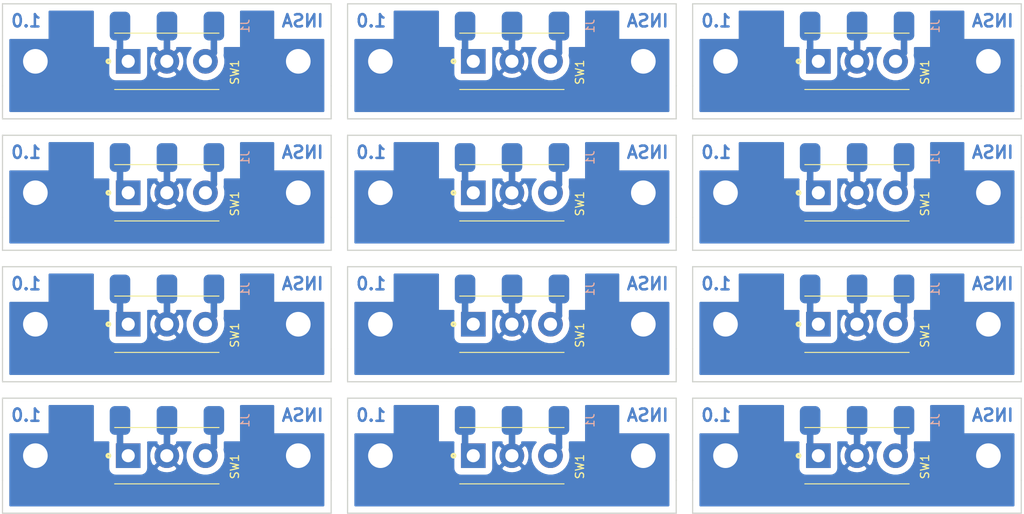
<source format=kicad_pcb>
(kicad_pcb (version 20171130) (host pcbnew 5.1.4-e60b266~84~ubuntu18.04.1)

  (general
    (thickness 1.6)
    (drawings 96)
    (tracks 96)
    (zones 0)
    (modules 24)
    (nets 4)
  )

  (page A4)
  (title_block
    (title Support_interrupteur)
    (date 2019-09-11)
    (rev 1.0)
    (company "INSA Toulouse")
  )

  (layers
    (0 F.Cu signal)
    (31 B.Cu signal)
    (32 B.Adhes user)
    (33 F.Adhes user)
    (34 B.Paste user)
    (35 F.Paste user)
    (36 B.SilkS user)
    (37 F.SilkS user)
    (38 B.Mask user)
    (39 F.Mask user)
    (40 Dwgs.User user)
    (41 Cmts.User user)
    (42 Eco1.User user)
    (43 Eco2.User user)
    (44 Edge.Cuts user)
    (45 Margin user)
    (46 B.CrtYd user)
    (47 F.CrtYd user)
    (48 B.Fab user)
    (49 F.Fab user)
  )

  (setup
    (last_trace_width 0.25)
    (user_trace_width 0.4)
    (user_trace_width 0.8)
    (trace_clearance 0.2)
    (zone_clearance 0.8)
    (zone_45_only no)
    (trace_min 0.2)
    (via_size 0.8)
    (via_drill 0.4)
    (via_min_size 0.4)
    (via_min_drill 0.3)
    (uvia_size 0.3)
    (uvia_drill 0.1)
    (uvias_allowed no)
    (uvia_min_size 0.2)
    (uvia_min_drill 0.1)
    (edge_width 0.05)
    (segment_width 0.2)
    (pcb_text_width 0.3)
    (pcb_text_size 1.5 1.5)
    (mod_edge_width 0.12)
    (mod_text_size 1 1)
    (mod_text_width 0.15)
    (pad_size 3 3)
    (pad_drill 1.6)
    (pad_to_mask_clearance 0.051)
    (solder_mask_min_width 0.25)
    (aux_axis_origin 0 0)
    (visible_elements FFFFFF7F)
    (pcbplotparams
      (layerselection 0x010fc_ffffffff)
      (usegerberextensions false)
      (usegerberattributes false)
      (usegerberadvancedattributes false)
      (creategerberjobfile false)
      (excludeedgelayer true)
      (linewidth 0.100000)
      (plotframeref false)
      (viasonmask false)
      (mode 1)
      (useauxorigin false)
      (hpglpennumber 1)
      (hpglpenspeed 20)
      (hpglpendiameter 15.000000)
      (psnegative false)
      (psa4output false)
      (plotreference true)
      (plotvalue true)
      (plotinvisibletext false)
      (padsonsilk false)
      (subtractmaskfromsilk false)
      (outputformat 1)
      (mirror false)
      (drillshape 1)
      (scaleselection 1)
      (outputdirectory ""))
  )

  (net 0 "")
  (net 1 "Net-(J1-Pad3)")
  (net 2 "Net-(J1-Pad1)")
  (net 3 GND)

  (net_class Default "This is the default net class."
    (clearance 0.2)
    (trace_width 0.25)
    (via_dia 0.8)
    (via_drill 0.4)
    (uvia_dia 0.3)
    (uvia_drill 0.1)
    (add_net GND)
    (add_net "Net-(J1-Pad1)")
    (add_net "Net-(J1-Pad3)")
  )

  (module Connector_Wire:SolderWirePad_1x03_P5.715mm_Drill2mm (layer B.Cu) (tedit 5D832D38) (tstamp 5D8331F2)
    (at 114.3 140.71)
    (descr "Wire solder connection")
    (tags connector)
    (path /5D7B04ED)
    (attr virtual)
    (fp_text reference J1 (at 15.24 0 90) (layer B.SilkS)
      (effects (font (size 1 1) (thickness 0.15)) (justify mirror))
    )
    (fp_text value Conn_01x03 (at 15.875 2.54 90) (layer B.Fab) hide
      (effects (font (size 1 1) (thickness 0.15)) (justify mirror))
    )
    (fp_text user %R (at 5.715 0) (layer B.Fab) hide
      (effects (font (size 1 1) (thickness 0.15)) (justify mirror))
    )
    (fp_line (start -2.75 2.75) (end 14.17 2.75) (layer B.CrtYd) (width 0.05))
    (fp_line (start -2.75 2.75) (end -2.75 -2.75) (layer B.CrtYd) (width 0.05))
    (fp_line (start 14.17 -2.75) (end 14.17 2.75) (layer B.CrtYd) (width 0.05))
    (fp_line (start 14.17 -2.75) (end -2.75 -2.75) (layer B.CrtYd) (width 0.05))
    (pad 1 smd roundrect (at 0 0) (size 2.5 3.5) (layers B.Cu B.Paste B.Mask) (roundrect_rratio 0.25))
    (pad 2 smd roundrect (at 5.715 0) (size 2.5 3.5) (layers B.Cu B.Paste B.Mask) (roundrect_rratio 0.25))
    (pad 3 smd roundrect (at 11.43 0) (size 2.5 3.5) (layers B.Cu B.Paste B.Mask) (roundrect_rratio 0.25))
  )

  (module A101SYCQ04:TE_A101SYCQ04 (layer F.Cu) (tedit 5D832E4F) (tstamp 5D8331CD)
    (at 162 145)
    (path /5D7AE2F4)
    (fp_text reference SW1 (at 8.27 1.33 -270) (layer F.SilkS)
      (effects (font (size 1.00001 1.00001) (thickness 0.15)))
    )
    (fp_text value SW_SPDT (at -3.12902 4.83747) (layer F.SilkS) hide
      (effects (font (size 1.00014 1.00014) (thickness 0.05)))
    )
    (fp_circle (center -7.112 -0.001) (end -6.912 -0.001) (layer F.SilkS) (width 0.3))
    (fp_line (start -6.6 3.679) (end -6.6 -3.679) (layer Eco1.User) (width 0.05))
    (fp_line (start 6.6 3.679) (end -6.6 3.679) (layer Eco1.User) (width 0.05))
    (fp_line (start 6.6 -3.679) (end 6.6 3.679) (layer Eco1.User) (width 0.05))
    (fp_line (start -6.6 -3.679) (end 6.6 -3.679) (layer Eco1.User) (width 0.05))
    (fp_line (start -6.35 -3.429) (end -6.35 3.429) (layer Eco2.User) (width 0.127))
    (fp_line (start 6.35 -3.429) (end -6.35 -3.429) (layer F.SilkS) (width 0.127))
    (fp_line (start 6.35 3.429) (end 6.35 -3.429) (layer Eco2.User) (width 0.127))
    (fp_line (start -6.35 3.429) (end 6.35 3.429) (layer F.SilkS) (width 0.127))
    (pad 3 thru_hole circle (at 4.699 0 90) (size 3 3) (drill 1.6) (layers *.Cu *.Mask))
    (pad 2 thru_hole circle (at 0 0 90) (size 3 3) (drill 1.6) (layers *.Cu *.Mask))
    (pad 1 thru_hole rect (at -4.699 0 90) (size 3 3) (drill 1.6) (layers *.Cu *.Mask))
  )

  (module Connector_Wire:SolderWirePad_1x03_P5.715mm_Drill2mm (layer B.Cu) (tedit 5D832D38) (tstamp 5D8331B5)
    (at 156.3 140.71)
    (descr "Wire solder connection")
    (tags connector)
    (path /5D7B04ED)
    (attr virtual)
    (fp_text reference J1 (at 15.24 0 90) (layer B.SilkS)
      (effects (font (size 1 1) (thickness 0.15)) (justify mirror))
    )
    (fp_text value Conn_01x03 (at 15.875 2.54 90) (layer B.Fab) hide
      (effects (font (size 1 1) (thickness 0.15)) (justify mirror))
    )
    (fp_line (start 14.17 -2.75) (end -2.75 -2.75) (layer B.CrtYd) (width 0.05))
    (fp_line (start 14.17 -2.75) (end 14.17 2.75) (layer B.CrtYd) (width 0.05))
    (fp_line (start -2.75 2.75) (end -2.75 -2.75) (layer B.CrtYd) (width 0.05))
    (fp_line (start -2.75 2.75) (end 14.17 2.75) (layer B.CrtYd) (width 0.05))
    (fp_text user %R (at 5.715 0) (layer B.Fab) hide
      (effects (font (size 1 1) (thickness 0.15)) (justify mirror))
    )
    (pad 3 smd roundrect (at 11.43 0) (size 2.5 3.5) (layers B.Cu B.Paste B.Mask) (roundrect_rratio 0.25))
    (pad 2 smd roundrect (at 5.715 0) (size 2.5 3.5) (layers B.Cu B.Paste B.Mask) (roundrect_rratio 0.25))
    (pad 1 smd roundrect (at 0 0) (size 2.5 3.5) (layers B.Cu B.Paste B.Mask) (roundrect_rratio 0.25))
  )

  (module Connector_Wire:SolderWirePad_1x03_P5.715mm_Drill2mm (layer B.Cu) (tedit 5D832D38) (tstamp 5D8331A8)
    (at 198.3 140.71)
    (descr "Wire solder connection")
    (tags connector)
    (path /5D7B04ED)
    (attr virtual)
    (fp_text reference J1 (at 15.24 0 90) (layer B.SilkS)
      (effects (font (size 1 1) (thickness 0.15)) (justify mirror))
    )
    (fp_text value Conn_01x03 (at 15.875 2.54 90) (layer B.Fab) hide
      (effects (font (size 1 1) (thickness 0.15)) (justify mirror))
    )
    (fp_line (start 14.17 -2.75) (end -2.75 -2.75) (layer B.CrtYd) (width 0.05))
    (fp_line (start 14.17 -2.75) (end 14.17 2.75) (layer B.CrtYd) (width 0.05))
    (fp_line (start -2.75 2.75) (end -2.75 -2.75) (layer B.CrtYd) (width 0.05))
    (fp_line (start -2.75 2.75) (end 14.17 2.75) (layer B.CrtYd) (width 0.05))
    (fp_text user %R (at 5.715 0) (layer B.Fab) hide
      (effects (font (size 1 1) (thickness 0.15)) (justify mirror))
    )
    (pad 3 smd roundrect (at 11.43 0) (size 2.5 3.5) (layers B.Cu B.Paste B.Mask) (roundrect_rratio 0.25))
    (pad 2 smd roundrect (at 5.715 0) (size 2.5 3.5) (layers B.Cu B.Paste B.Mask) (roundrect_rratio 0.25))
    (pad 1 smd roundrect (at 0 0) (size 2.5 3.5) (layers B.Cu B.Paste B.Mask) (roundrect_rratio 0.25))
  )

  (module A101SYCQ04:TE_A101SYCQ04 (layer F.Cu) (tedit 5D832E4F) (tstamp 5D833199)
    (at 204 145)
    (path /5D7AE2F4)
    (fp_text reference SW1 (at 8.27 1.33 -270) (layer F.SilkS)
      (effects (font (size 1.00001 1.00001) (thickness 0.15)))
    )
    (fp_text value SW_SPDT (at -3.12902 4.83747) (layer F.SilkS) hide
      (effects (font (size 1.00014 1.00014) (thickness 0.05)))
    )
    (fp_circle (center -7.112 -0.001) (end -6.912 -0.001) (layer F.SilkS) (width 0.3))
    (fp_line (start -6.6 3.679) (end -6.6 -3.679) (layer Eco1.User) (width 0.05))
    (fp_line (start 6.6 3.679) (end -6.6 3.679) (layer Eco1.User) (width 0.05))
    (fp_line (start 6.6 -3.679) (end 6.6 3.679) (layer Eco1.User) (width 0.05))
    (fp_line (start -6.6 -3.679) (end 6.6 -3.679) (layer Eco1.User) (width 0.05))
    (fp_line (start -6.35 -3.429) (end -6.35 3.429) (layer Eco2.User) (width 0.127))
    (fp_line (start 6.35 -3.429) (end -6.35 -3.429) (layer F.SilkS) (width 0.127))
    (fp_line (start 6.35 3.429) (end 6.35 -3.429) (layer Eco2.User) (width 0.127))
    (fp_line (start -6.35 3.429) (end 6.35 3.429) (layer F.SilkS) (width 0.127))
    (pad 3 thru_hole circle (at 4.699 0 90) (size 3 3) (drill 1.6) (layers *.Cu *.Mask))
    (pad 2 thru_hole circle (at 0 0 90) (size 3 3) (drill 1.6) (layers *.Cu *.Mask))
    (pad 1 thru_hole rect (at -4.699 0 90) (size 3 3) (drill 1.6) (layers *.Cu *.Mask))
  )

  (module A101SYCQ04:TE_A101SYCQ04 (layer F.Cu) (tedit 5D832E4F) (tstamp 5D833185)
    (at 120 145)
    (path /5D7AE2F4)
    (fp_text reference SW1 (at 8.27 1.33 -270) (layer F.SilkS)
      (effects (font (size 1.00001 1.00001) (thickness 0.15)))
    )
    (fp_text value SW_SPDT (at -3.12902 4.83747) (layer F.SilkS) hide
      (effects (font (size 1.00014 1.00014) (thickness 0.05)))
    )
    (fp_line (start -6.35 3.429) (end 6.35 3.429) (layer F.SilkS) (width 0.127))
    (fp_line (start 6.35 3.429) (end 6.35 -3.429) (layer Eco2.User) (width 0.127))
    (fp_line (start 6.35 -3.429) (end -6.35 -3.429) (layer F.SilkS) (width 0.127))
    (fp_line (start -6.35 -3.429) (end -6.35 3.429) (layer Eco2.User) (width 0.127))
    (fp_line (start -6.6 -3.679) (end 6.6 -3.679) (layer Eco1.User) (width 0.05))
    (fp_line (start 6.6 -3.679) (end 6.6 3.679) (layer Eco1.User) (width 0.05))
    (fp_line (start 6.6 3.679) (end -6.6 3.679) (layer Eco1.User) (width 0.05))
    (fp_line (start -6.6 3.679) (end -6.6 -3.679) (layer Eco1.User) (width 0.05))
    (fp_circle (center -7.112 -0.001) (end -6.912 -0.001) (layer F.SilkS) (width 0.3))
    (pad 1 thru_hole rect (at -4.699 0 90) (size 3 3) (drill 1.6) (layers *.Cu *.Mask))
    (pad 2 thru_hole circle (at 0 0 90) (size 3 3) (drill 1.6) (layers *.Cu *.Mask))
    (pad 3 thru_hole circle (at 4.699 0 90) (size 3 3) (drill 1.6) (layers *.Cu *.Mask))
  )

  (module Connector_Wire:SolderWirePad_1x03_P5.715mm_Drill2mm (layer B.Cu) (tedit 5D832D38) (tstamp 5D8331F2)
    (at 114.3 124.71)
    (descr "Wire solder connection")
    (tags connector)
    (path /5D7B04ED)
    (attr virtual)
    (fp_text reference J1 (at 15.24 0 90) (layer B.SilkS)
      (effects (font (size 1 1) (thickness 0.15)) (justify mirror))
    )
    (fp_text value Conn_01x03 (at 15.875 2.54 90) (layer B.Fab) hide
      (effects (font (size 1 1) (thickness 0.15)) (justify mirror))
    )
    (fp_text user %R (at 5.715 0) (layer B.Fab) hide
      (effects (font (size 1 1) (thickness 0.15)) (justify mirror))
    )
    (fp_line (start -2.75 2.75) (end 14.17 2.75) (layer B.CrtYd) (width 0.05))
    (fp_line (start -2.75 2.75) (end -2.75 -2.75) (layer B.CrtYd) (width 0.05))
    (fp_line (start 14.17 -2.75) (end 14.17 2.75) (layer B.CrtYd) (width 0.05))
    (fp_line (start 14.17 -2.75) (end -2.75 -2.75) (layer B.CrtYd) (width 0.05))
    (pad 1 smd roundrect (at 0 0) (size 2.5 3.5) (layers B.Cu B.Paste B.Mask) (roundrect_rratio 0.25))
    (pad 2 smd roundrect (at 5.715 0) (size 2.5 3.5) (layers B.Cu B.Paste B.Mask) (roundrect_rratio 0.25))
    (pad 3 smd roundrect (at 11.43 0) (size 2.5 3.5) (layers B.Cu B.Paste B.Mask) (roundrect_rratio 0.25))
  )

  (module A101SYCQ04:TE_A101SYCQ04 (layer F.Cu) (tedit 5D832E4F) (tstamp 5D8331CD)
    (at 162 129)
    (path /5D7AE2F4)
    (fp_text reference SW1 (at 8.27 1.33 -270) (layer F.SilkS)
      (effects (font (size 1.00001 1.00001) (thickness 0.15)))
    )
    (fp_text value SW_SPDT (at -3.12902 4.83747) (layer F.SilkS) hide
      (effects (font (size 1.00014 1.00014) (thickness 0.05)))
    )
    (fp_circle (center -7.112 -0.001) (end -6.912 -0.001) (layer F.SilkS) (width 0.3))
    (fp_line (start -6.6 3.679) (end -6.6 -3.679) (layer Eco1.User) (width 0.05))
    (fp_line (start 6.6 3.679) (end -6.6 3.679) (layer Eco1.User) (width 0.05))
    (fp_line (start 6.6 -3.679) (end 6.6 3.679) (layer Eco1.User) (width 0.05))
    (fp_line (start -6.6 -3.679) (end 6.6 -3.679) (layer Eco1.User) (width 0.05))
    (fp_line (start -6.35 -3.429) (end -6.35 3.429) (layer Eco2.User) (width 0.127))
    (fp_line (start 6.35 -3.429) (end -6.35 -3.429) (layer F.SilkS) (width 0.127))
    (fp_line (start 6.35 3.429) (end 6.35 -3.429) (layer Eco2.User) (width 0.127))
    (fp_line (start -6.35 3.429) (end 6.35 3.429) (layer F.SilkS) (width 0.127))
    (pad 3 thru_hole circle (at 4.699 0 90) (size 3 3) (drill 1.6) (layers *.Cu *.Mask))
    (pad 2 thru_hole circle (at 0 0 90) (size 3 3) (drill 1.6) (layers *.Cu *.Mask))
    (pad 1 thru_hole rect (at -4.699 0 90) (size 3 3) (drill 1.6) (layers *.Cu *.Mask))
  )

  (module Connector_Wire:SolderWirePad_1x03_P5.715mm_Drill2mm (layer B.Cu) (tedit 5D832D38) (tstamp 5D8331B5)
    (at 156.3 124.71)
    (descr "Wire solder connection")
    (tags connector)
    (path /5D7B04ED)
    (attr virtual)
    (fp_text reference J1 (at 15.24 0 90) (layer B.SilkS)
      (effects (font (size 1 1) (thickness 0.15)) (justify mirror))
    )
    (fp_text value Conn_01x03 (at 15.875 2.54 90) (layer B.Fab) hide
      (effects (font (size 1 1) (thickness 0.15)) (justify mirror))
    )
    (fp_line (start 14.17 -2.75) (end -2.75 -2.75) (layer B.CrtYd) (width 0.05))
    (fp_line (start 14.17 -2.75) (end 14.17 2.75) (layer B.CrtYd) (width 0.05))
    (fp_line (start -2.75 2.75) (end -2.75 -2.75) (layer B.CrtYd) (width 0.05))
    (fp_line (start -2.75 2.75) (end 14.17 2.75) (layer B.CrtYd) (width 0.05))
    (fp_text user %R (at 5.715 0) (layer B.Fab) hide
      (effects (font (size 1 1) (thickness 0.15)) (justify mirror))
    )
    (pad 3 smd roundrect (at 11.43 0) (size 2.5 3.5) (layers B.Cu B.Paste B.Mask) (roundrect_rratio 0.25))
    (pad 2 smd roundrect (at 5.715 0) (size 2.5 3.5) (layers B.Cu B.Paste B.Mask) (roundrect_rratio 0.25))
    (pad 1 smd roundrect (at 0 0) (size 2.5 3.5) (layers B.Cu B.Paste B.Mask) (roundrect_rratio 0.25))
  )

  (module Connector_Wire:SolderWirePad_1x03_P5.715mm_Drill2mm (layer B.Cu) (tedit 5D832D38) (tstamp 5D8331A8)
    (at 198.3 124.71)
    (descr "Wire solder connection")
    (tags connector)
    (path /5D7B04ED)
    (attr virtual)
    (fp_text reference J1 (at 15.24 0 90) (layer B.SilkS)
      (effects (font (size 1 1) (thickness 0.15)) (justify mirror))
    )
    (fp_text value Conn_01x03 (at 15.875 2.54 90) (layer B.Fab) hide
      (effects (font (size 1 1) (thickness 0.15)) (justify mirror))
    )
    (fp_line (start 14.17 -2.75) (end -2.75 -2.75) (layer B.CrtYd) (width 0.05))
    (fp_line (start 14.17 -2.75) (end 14.17 2.75) (layer B.CrtYd) (width 0.05))
    (fp_line (start -2.75 2.75) (end -2.75 -2.75) (layer B.CrtYd) (width 0.05))
    (fp_line (start -2.75 2.75) (end 14.17 2.75) (layer B.CrtYd) (width 0.05))
    (fp_text user %R (at 5.715 0) (layer B.Fab) hide
      (effects (font (size 1 1) (thickness 0.15)) (justify mirror))
    )
    (pad 3 smd roundrect (at 11.43 0) (size 2.5 3.5) (layers B.Cu B.Paste B.Mask) (roundrect_rratio 0.25))
    (pad 2 smd roundrect (at 5.715 0) (size 2.5 3.5) (layers B.Cu B.Paste B.Mask) (roundrect_rratio 0.25))
    (pad 1 smd roundrect (at 0 0) (size 2.5 3.5) (layers B.Cu B.Paste B.Mask) (roundrect_rratio 0.25))
  )

  (module A101SYCQ04:TE_A101SYCQ04 (layer F.Cu) (tedit 5D832E4F) (tstamp 5D833199)
    (at 204 129)
    (path /5D7AE2F4)
    (fp_text reference SW1 (at 8.27 1.33 -270) (layer F.SilkS)
      (effects (font (size 1.00001 1.00001) (thickness 0.15)))
    )
    (fp_text value SW_SPDT (at -3.12902 4.83747) (layer F.SilkS) hide
      (effects (font (size 1.00014 1.00014) (thickness 0.05)))
    )
    (fp_circle (center -7.112 -0.001) (end -6.912 -0.001) (layer F.SilkS) (width 0.3))
    (fp_line (start -6.6 3.679) (end -6.6 -3.679) (layer Eco1.User) (width 0.05))
    (fp_line (start 6.6 3.679) (end -6.6 3.679) (layer Eco1.User) (width 0.05))
    (fp_line (start 6.6 -3.679) (end 6.6 3.679) (layer Eco1.User) (width 0.05))
    (fp_line (start -6.6 -3.679) (end 6.6 -3.679) (layer Eco1.User) (width 0.05))
    (fp_line (start -6.35 -3.429) (end -6.35 3.429) (layer Eco2.User) (width 0.127))
    (fp_line (start 6.35 -3.429) (end -6.35 -3.429) (layer F.SilkS) (width 0.127))
    (fp_line (start 6.35 3.429) (end 6.35 -3.429) (layer Eco2.User) (width 0.127))
    (fp_line (start -6.35 3.429) (end 6.35 3.429) (layer F.SilkS) (width 0.127))
    (pad 3 thru_hole circle (at 4.699 0 90) (size 3 3) (drill 1.6) (layers *.Cu *.Mask))
    (pad 2 thru_hole circle (at 0 0 90) (size 3 3) (drill 1.6) (layers *.Cu *.Mask))
    (pad 1 thru_hole rect (at -4.699 0 90) (size 3 3) (drill 1.6) (layers *.Cu *.Mask))
  )

  (module A101SYCQ04:TE_A101SYCQ04 (layer F.Cu) (tedit 5D832E4F) (tstamp 5D833185)
    (at 120 129)
    (path /5D7AE2F4)
    (fp_text reference SW1 (at 8.27 1.33 -270) (layer F.SilkS)
      (effects (font (size 1.00001 1.00001) (thickness 0.15)))
    )
    (fp_text value SW_SPDT (at -3.12902 4.83747) (layer F.SilkS) hide
      (effects (font (size 1.00014 1.00014) (thickness 0.05)))
    )
    (fp_line (start -6.35 3.429) (end 6.35 3.429) (layer F.SilkS) (width 0.127))
    (fp_line (start 6.35 3.429) (end 6.35 -3.429) (layer Eco2.User) (width 0.127))
    (fp_line (start 6.35 -3.429) (end -6.35 -3.429) (layer F.SilkS) (width 0.127))
    (fp_line (start -6.35 -3.429) (end -6.35 3.429) (layer Eco2.User) (width 0.127))
    (fp_line (start -6.6 -3.679) (end 6.6 -3.679) (layer Eco1.User) (width 0.05))
    (fp_line (start 6.6 -3.679) (end 6.6 3.679) (layer Eco1.User) (width 0.05))
    (fp_line (start 6.6 3.679) (end -6.6 3.679) (layer Eco1.User) (width 0.05))
    (fp_line (start -6.6 3.679) (end -6.6 -3.679) (layer Eco1.User) (width 0.05))
    (fp_circle (center -7.112 -0.001) (end -6.912 -0.001) (layer F.SilkS) (width 0.3))
    (pad 1 thru_hole rect (at -4.699 0 90) (size 3 3) (drill 1.6) (layers *.Cu *.Mask))
    (pad 2 thru_hole circle (at 0 0 90) (size 3 3) (drill 1.6) (layers *.Cu *.Mask))
    (pad 3 thru_hole circle (at 4.699 0 90) (size 3 3) (drill 1.6) (layers *.Cu *.Mask))
  )

  (module Connector_Wire:SolderWirePad_1x03_P5.715mm_Drill2mm (layer B.Cu) (tedit 5D832D38) (tstamp 5D8331F2)
    (at 114.3 108.71)
    (descr "Wire solder connection")
    (tags connector)
    (path /5D7B04ED)
    (attr virtual)
    (fp_text reference J1 (at 15.24 0 90) (layer B.SilkS)
      (effects (font (size 1 1) (thickness 0.15)) (justify mirror))
    )
    (fp_text value Conn_01x03 (at 15.875 2.54 90) (layer B.Fab) hide
      (effects (font (size 1 1) (thickness 0.15)) (justify mirror))
    )
    (fp_text user %R (at 5.715 0) (layer B.Fab) hide
      (effects (font (size 1 1) (thickness 0.15)) (justify mirror))
    )
    (fp_line (start -2.75 2.75) (end 14.17 2.75) (layer B.CrtYd) (width 0.05))
    (fp_line (start -2.75 2.75) (end -2.75 -2.75) (layer B.CrtYd) (width 0.05))
    (fp_line (start 14.17 -2.75) (end 14.17 2.75) (layer B.CrtYd) (width 0.05))
    (fp_line (start 14.17 -2.75) (end -2.75 -2.75) (layer B.CrtYd) (width 0.05))
    (pad 1 smd roundrect (at 0 0) (size 2.5 3.5) (layers B.Cu B.Paste B.Mask) (roundrect_rratio 0.25))
    (pad 2 smd roundrect (at 5.715 0) (size 2.5 3.5) (layers B.Cu B.Paste B.Mask) (roundrect_rratio 0.25))
    (pad 3 smd roundrect (at 11.43 0) (size 2.5 3.5) (layers B.Cu B.Paste B.Mask) (roundrect_rratio 0.25))
  )

  (module A101SYCQ04:TE_A101SYCQ04 (layer F.Cu) (tedit 5D832E4F) (tstamp 5D8331CD)
    (at 162 113)
    (path /5D7AE2F4)
    (fp_text reference SW1 (at 8.27 1.33 -270) (layer F.SilkS)
      (effects (font (size 1.00001 1.00001) (thickness 0.15)))
    )
    (fp_text value SW_SPDT (at -3.12902 4.83747) (layer F.SilkS) hide
      (effects (font (size 1.00014 1.00014) (thickness 0.05)))
    )
    (fp_circle (center -7.112 -0.001) (end -6.912 -0.001) (layer F.SilkS) (width 0.3))
    (fp_line (start -6.6 3.679) (end -6.6 -3.679) (layer Eco1.User) (width 0.05))
    (fp_line (start 6.6 3.679) (end -6.6 3.679) (layer Eco1.User) (width 0.05))
    (fp_line (start 6.6 -3.679) (end 6.6 3.679) (layer Eco1.User) (width 0.05))
    (fp_line (start -6.6 -3.679) (end 6.6 -3.679) (layer Eco1.User) (width 0.05))
    (fp_line (start -6.35 -3.429) (end -6.35 3.429) (layer Eco2.User) (width 0.127))
    (fp_line (start 6.35 -3.429) (end -6.35 -3.429) (layer F.SilkS) (width 0.127))
    (fp_line (start 6.35 3.429) (end 6.35 -3.429) (layer Eco2.User) (width 0.127))
    (fp_line (start -6.35 3.429) (end 6.35 3.429) (layer F.SilkS) (width 0.127))
    (pad 3 thru_hole circle (at 4.699 0 90) (size 3 3) (drill 1.6) (layers *.Cu *.Mask))
    (pad 2 thru_hole circle (at 0 0 90) (size 3 3) (drill 1.6) (layers *.Cu *.Mask))
    (pad 1 thru_hole rect (at -4.699 0 90) (size 3 3) (drill 1.6) (layers *.Cu *.Mask))
  )

  (module Connector_Wire:SolderWirePad_1x03_P5.715mm_Drill2mm (layer B.Cu) (tedit 5D832D38) (tstamp 5D8331B5)
    (at 156.3 108.71)
    (descr "Wire solder connection")
    (tags connector)
    (path /5D7B04ED)
    (attr virtual)
    (fp_text reference J1 (at 15.24 0 90) (layer B.SilkS)
      (effects (font (size 1 1) (thickness 0.15)) (justify mirror))
    )
    (fp_text value Conn_01x03 (at 15.875 2.54 90) (layer B.Fab) hide
      (effects (font (size 1 1) (thickness 0.15)) (justify mirror))
    )
    (fp_line (start 14.17 -2.75) (end -2.75 -2.75) (layer B.CrtYd) (width 0.05))
    (fp_line (start 14.17 -2.75) (end 14.17 2.75) (layer B.CrtYd) (width 0.05))
    (fp_line (start -2.75 2.75) (end -2.75 -2.75) (layer B.CrtYd) (width 0.05))
    (fp_line (start -2.75 2.75) (end 14.17 2.75) (layer B.CrtYd) (width 0.05))
    (fp_text user %R (at 5.715 0) (layer B.Fab) hide
      (effects (font (size 1 1) (thickness 0.15)) (justify mirror))
    )
    (pad 3 smd roundrect (at 11.43 0) (size 2.5 3.5) (layers B.Cu B.Paste B.Mask) (roundrect_rratio 0.25))
    (pad 2 smd roundrect (at 5.715 0) (size 2.5 3.5) (layers B.Cu B.Paste B.Mask) (roundrect_rratio 0.25))
    (pad 1 smd roundrect (at 0 0) (size 2.5 3.5) (layers B.Cu B.Paste B.Mask) (roundrect_rratio 0.25))
  )

  (module Connector_Wire:SolderWirePad_1x03_P5.715mm_Drill2mm (layer B.Cu) (tedit 5D832D38) (tstamp 5D8331A8)
    (at 198.3 108.71)
    (descr "Wire solder connection")
    (tags connector)
    (path /5D7B04ED)
    (attr virtual)
    (fp_text reference J1 (at 15.24 0 90) (layer B.SilkS)
      (effects (font (size 1 1) (thickness 0.15)) (justify mirror))
    )
    (fp_text value Conn_01x03 (at 15.875 2.54 90) (layer B.Fab) hide
      (effects (font (size 1 1) (thickness 0.15)) (justify mirror))
    )
    (fp_line (start 14.17 -2.75) (end -2.75 -2.75) (layer B.CrtYd) (width 0.05))
    (fp_line (start 14.17 -2.75) (end 14.17 2.75) (layer B.CrtYd) (width 0.05))
    (fp_line (start -2.75 2.75) (end -2.75 -2.75) (layer B.CrtYd) (width 0.05))
    (fp_line (start -2.75 2.75) (end 14.17 2.75) (layer B.CrtYd) (width 0.05))
    (fp_text user %R (at 5.715 0) (layer B.Fab) hide
      (effects (font (size 1 1) (thickness 0.15)) (justify mirror))
    )
    (pad 3 smd roundrect (at 11.43 0) (size 2.5 3.5) (layers B.Cu B.Paste B.Mask) (roundrect_rratio 0.25))
    (pad 2 smd roundrect (at 5.715 0) (size 2.5 3.5) (layers B.Cu B.Paste B.Mask) (roundrect_rratio 0.25))
    (pad 1 smd roundrect (at 0 0) (size 2.5 3.5) (layers B.Cu B.Paste B.Mask) (roundrect_rratio 0.25))
  )

  (module A101SYCQ04:TE_A101SYCQ04 (layer F.Cu) (tedit 5D832E4F) (tstamp 5D833199)
    (at 204 113)
    (path /5D7AE2F4)
    (fp_text reference SW1 (at 8.27 1.33 -270) (layer F.SilkS)
      (effects (font (size 1.00001 1.00001) (thickness 0.15)))
    )
    (fp_text value SW_SPDT (at -3.12902 4.83747) (layer F.SilkS) hide
      (effects (font (size 1.00014 1.00014) (thickness 0.05)))
    )
    (fp_circle (center -7.112 -0.001) (end -6.912 -0.001) (layer F.SilkS) (width 0.3))
    (fp_line (start -6.6 3.679) (end -6.6 -3.679) (layer Eco1.User) (width 0.05))
    (fp_line (start 6.6 3.679) (end -6.6 3.679) (layer Eco1.User) (width 0.05))
    (fp_line (start 6.6 -3.679) (end 6.6 3.679) (layer Eco1.User) (width 0.05))
    (fp_line (start -6.6 -3.679) (end 6.6 -3.679) (layer Eco1.User) (width 0.05))
    (fp_line (start -6.35 -3.429) (end -6.35 3.429) (layer Eco2.User) (width 0.127))
    (fp_line (start 6.35 -3.429) (end -6.35 -3.429) (layer F.SilkS) (width 0.127))
    (fp_line (start 6.35 3.429) (end 6.35 -3.429) (layer Eco2.User) (width 0.127))
    (fp_line (start -6.35 3.429) (end 6.35 3.429) (layer F.SilkS) (width 0.127))
    (pad 3 thru_hole circle (at 4.699 0 90) (size 3 3) (drill 1.6) (layers *.Cu *.Mask))
    (pad 2 thru_hole circle (at 0 0 90) (size 3 3) (drill 1.6) (layers *.Cu *.Mask))
    (pad 1 thru_hole rect (at -4.699 0 90) (size 3 3) (drill 1.6) (layers *.Cu *.Mask))
  )

  (module A101SYCQ04:TE_A101SYCQ04 (layer F.Cu) (tedit 5D832E4F) (tstamp 5D833185)
    (at 120 113)
    (path /5D7AE2F4)
    (fp_text reference SW1 (at 8.27 1.33 -270) (layer F.SilkS)
      (effects (font (size 1.00001 1.00001) (thickness 0.15)))
    )
    (fp_text value SW_SPDT (at -3.12902 4.83747) (layer F.SilkS) hide
      (effects (font (size 1.00014 1.00014) (thickness 0.05)))
    )
    (fp_line (start -6.35 3.429) (end 6.35 3.429) (layer F.SilkS) (width 0.127))
    (fp_line (start 6.35 3.429) (end 6.35 -3.429) (layer Eco2.User) (width 0.127))
    (fp_line (start 6.35 -3.429) (end -6.35 -3.429) (layer F.SilkS) (width 0.127))
    (fp_line (start -6.35 -3.429) (end -6.35 3.429) (layer Eco2.User) (width 0.127))
    (fp_line (start -6.6 -3.679) (end 6.6 -3.679) (layer Eco1.User) (width 0.05))
    (fp_line (start 6.6 -3.679) (end 6.6 3.679) (layer Eco1.User) (width 0.05))
    (fp_line (start 6.6 3.679) (end -6.6 3.679) (layer Eco1.User) (width 0.05))
    (fp_line (start -6.6 3.679) (end -6.6 -3.679) (layer Eco1.User) (width 0.05))
    (fp_circle (center -7.112 -0.001) (end -6.912 -0.001) (layer F.SilkS) (width 0.3))
    (pad 1 thru_hole rect (at -4.699 0 90) (size 3 3) (drill 1.6) (layers *.Cu *.Mask))
    (pad 2 thru_hole circle (at 0 0 90) (size 3 3) (drill 1.6) (layers *.Cu *.Mask))
    (pad 3 thru_hole circle (at 4.699 0 90) (size 3 3) (drill 1.6) (layers *.Cu *.Mask))
  )

  (module Connector_Wire:SolderWirePad_1x03_P5.715mm_Drill2mm (layer B.Cu) (tedit 5D832D38) (tstamp 5D8330B1)
    (at 198.3 92.71)
    (descr "Wire solder connection")
    (tags connector)
    (path /5D7B04ED)
    (attr virtual)
    (fp_text reference J1 (at 15.24 0 90) (layer B.SilkS)
      (effects (font (size 1 1) (thickness 0.15)) (justify mirror))
    )
    (fp_text value Conn_01x03 (at 15.875 2.54 90) (layer B.Fab) hide
      (effects (font (size 1 1) (thickness 0.15)) (justify mirror))
    )
    (fp_text user %R (at 5.715 0) (layer B.Fab) hide
      (effects (font (size 1 1) (thickness 0.15)) (justify mirror))
    )
    (fp_line (start -2.75 2.75) (end 14.17 2.75) (layer B.CrtYd) (width 0.05))
    (fp_line (start -2.75 2.75) (end -2.75 -2.75) (layer B.CrtYd) (width 0.05))
    (fp_line (start 14.17 -2.75) (end 14.17 2.75) (layer B.CrtYd) (width 0.05))
    (fp_line (start 14.17 -2.75) (end -2.75 -2.75) (layer B.CrtYd) (width 0.05))
    (pad 1 smd roundrect (at 0 0) (size 2.5 3.5) (layers B.Cu B.Paste B.Mask) (roundrect_rratio 0.25))
    (pad 2 smd roundrect (at 5.715 0) (size 2.5 3.5) (layers B.Cu B.Paste B.Mask) (roundrect_rratio 0.25))
    (pad 3 smd roundrect (at 11.43 0) (size 2.5 3.5) (layers B.Cu B.Paste B.Mask) (roundrect_rratio 0.25))
  )

  (module A101SYCQ04:TE_A101SYCQ04 (layer F.Cu) (tedit 5D832E4F) (tstamp 5D833098)
    (at 204 97)
    (path /5D7AE2F4)
    (fp_text reference SW1 (at 8.27 1.33 -270) (layer F.SilkS)
      (effects (font (size 1.00001 1.00001) (thickness 0.15)))
    )
    (fp_text value SW_SPDT (at -3.12902 4.83747) (layer F.SilkS) hide
      (effects (font (size 1.00014 1.00014) (thickness 0.05)))
    )
    (fp_line (start -6.35 3.429) (end 6.35 3.429) (layer F.SilkS) (width 0.127))
    (fp_line (start 6.35 3.429) (end 6.35 -3.429) (layer Eco2.User) (width 0.127))
    (fp_line (start 6.35 -3.429) (end -6.35 -3.429) (layer F.SilkS) (width 0.127))
    (fp_line (start -6.35 -3.429) (end -6.35 3.429) (layer Eco2.User) (width 0.127))
    (fp_line (start -6.6 -3.679) (end 6.6 -3.679) (layer Eco1.User) (width 0.05))
    (fp_line (start 6.6 -3.679) (end 6.6 3.679) (layer Eco1.User) (width 0.05))
    (fp_line (start 6.6 3.679) (end -6.6 3.679) (layer Eco1.User) (width 0.05))
    (fp_line (start -6.6 3.679) (end -6.6 -3.679) (layer Eco1.User) (width 0.05))
    (fp_circle (center -7.112 -0.001) (end -6.912 -0.001) (layer F.SilkS) (width 0.3))
    (pad 1 thru_hole rect (at -4.699 0 90) (size 3 3) (drill 1.6) (layers *.Cu *.Mask))
    (pad 2 thru_hole circle (at 0 0 90) (size 3 3) (drill 1.6) (layers *.Cu *.Mask))
    (pad 3 thru_hole circle (at 4.699 0 90) (size 3 3) (drill 1.6) (layers *.Cu *.Mask))
  )

  (module Connector_Wire:SolderWirePad_1x03_P5.715mm_Drill2mm (layer B.Cu) (tedit 5D832D38) (tstamp 5D8330B1)
    (at 156.3 92.71)
    (descr "Wire solder connection")
    (tags connector)
    (path /5D7B04ED)
    (attr virtual)
    (fp_text reference J1 (at 15.24 0 90) (layer B.SilkS)
      (effects (font (size 1 1) (thickness 0.15)) (justify mirror))
    )
    (fp_text value Conn_01x03 (at 15.875 2.54 90) (layer B.Fab) hide
      (effects (font (size 1 1) (thickness 0.15)) (justify mirror))
    )
    (fp_text user %R (at 5.715 0) (layer B.Fab) hide
      (effects (font (size 1 1) (thickness 0.15)) (justify mirror))
    )
    (fp_line (start -2.75 2.75) (end 14.17 2.75) (layer B.CrtYd) (width 0.05))
    (fp_line (start -2.75 2.75) (end -2.75 -2.75) (layer B.CrtYd) (width 0.05))
    (fp_line (start 14.17 -2.75) (end 14.17 2.75) (layer B.CrtYd) (width 0.05))
    (fp_line (start 14.17 -2.75) (end -2.75 -2.75) (layer B.CrtYd) (width 0.05))
    (pad 1 smd roundrect (at 0 0) (size 2.5 3.5) (layers B.Cu B.Paste B.Mask) (roundrect_rratio 0.25))
    (pad 2 smd roundrect (at 5.715 0) (size 2.5 3.5) (layers B.Cu B.Paste B.Mask) (roundrect_rratio 0.25))
    (pad 3 smd roundrect (at 11.43 0) (size 2.5 3.5) (layers B.Cu B.Paste B.Mask) (roundrect_rratio 0.25))
  )

  (module A101SYCQ04:TE_A101SYCQ04 (layer F.Cu) (tedit 5D832E4F) (tstamp 5D833098)
    (at 162 97)
    (path /5D7AE2F4)
    (fp_text reference SW1 (at 8.27 1.33 -270) (layer F.SilkS)
      (effects (font (size 1.00001 1.00001) (thickness 0.15)))
    )
    (fp_text value SW_SPDT (at -3.12902 4.83747) (layer F.SilkS) hide
      (effects (font (size 1.00014 1.00014) (thickness 0.05)))
    )
    (fp_line (start -6.35 3.429) (end 6.35 3.429) (layer F.SilkS) (width 0.127))
    (fp_line (start 6.35 3.429) (end 6.35 -3.429) (layer Eco2.User) (width 0.127))
    (fp_line (start 6.35 -3.429) (end -6.35 -3.429) (layer F.SilkS) (width 0.127))
    (fp_line (start -6.35 -3.429) (end -6.35 3.429) (layer Eco2.User) (width 0.127))
    (fp_line (start -6.6 -3.679) (end 6.6 -3.679) (layer Eco1.User) (width 0.05))
    (fp_line (start 6.6 -3.679) (end 6.6 3.679) (layer Eco1.User) (width 0.05))
    (fp_line (start 6.6 3.679) (end -6.6 3.679) (layer Eco1.User) (width 0.05))
    (fp_line (start -6.6 3.679) (end -6.6 -3.679) (layer Eco1.User) (width 0.05))
    (fp_circle (center -7.112 -0.001) (end -6.912 -0.001) (layer F.SilkS) (width 0.3))
    (pad 1 thru_hole rect (at -4.699 0 90) (size 3 3) (drill 1.6) (layers *.Cu *.Mask))
    (pad 2 thru_hole circle (at 0 0 90) (size 3 3) (drill 1.6) (layers *.Cu *.Mask))
    (pad 3 thru_hole circle (at 4.699 0 90) (size 3 3) (drill 1.6) (layers *.Cu *.Mask))
  )

  (module Connector_Wire:SolderWirePad_1x03_P5.715mm_Drill2mm (layer B.Cu) (tedit 5D832D38) (tstamp 5D79AC4A)
    (at 114.3 92.71)
    (descr "Wire solder connection")
    (tags connector)
    (path /5D7B04ED)
    (attr virtual)
    (fp_text reference J1 (at 15.24 0 90) (layer B.SilkS)
      (effects (font (size 1 1) (thickness 0.15)) (justify mirror))
    )
    (fp_text value Conn_01x03 (at 15.875 2.54 90) (layer B.Fab) hide
      (effects (font (size 1 1) (thickness 0.15)) (justify mirror))
    )
    (fp_line (start 14.17 -2.75) (end -2.75 -2.75) (layer B.CrtYd) (width 0.05))
    (fp_line (start 14.17 -2.75) (end 14.17 2.75) (layer B.CrtYd) (width 0.05))
    (fp_line (start -2.75 2.75) (end -2.75 -2.75) (layer B.CrtYd) (width 0.05))
    (fp_line (start -2.75 2.75) (end 14.17 2.75) (layer B.CrtYd) (width 0.05))
    (fp_text user %R (at 5.715 0) (layer B.Fab) hide
      (effects (font (size 1 1) (thickness 0.15)) (justify mirror))
    )
    (pad 3 smd roundrect (at 11.43 0) (size 2.5 3.5) (layers B.Cu B.Paste B.Mask) (roundrect_rratio 0.25)
      (net 1 "Net-(J1-Pad3)"))
    (pad 2 smd roundrect (at 5.715 0) (size 2.5 3.5) (layers B.Cu B.Paste B.Mask) (roundrect_rratio 0.25)
      (net 3 GND))
    (pad 1 smd roundrect (at 0 0) (size 2.5 3.5) (layers B.Cu B.Paste B.Mask) (roundrect_rratio 0.25)
      (net 2 "Net-(J1-Pad1)"))
  )

  (module A101SYCQ04:TE_A101SYCQ04 (layer F.Cu) (tedit 5D832E4F) (tstamp 5D79AC5A)
    (at 120 97)
    (path /5D7AE2F4)
    (fp_text reference SW1 (at 8.27 1.33 -270) (layer F.SilkS)
      (effects (font (size 1.00001 1.00001) (thickness 0.15)))
    )
    (fp_text value SW_SPDT (at -3.12902 4.83747) (layer F.SilkS) hide
      (effects (font (size 1.00014 1.00014) (thickness 0.05)))
    )
    (fp_circle (center -7.112 -0.001) (end -6.912 -0.001) (layer F.SilkS) (width 0.3))
    (fp_line (start -6.6 3.679) (end -6.6 -3.679) (layer Eco1.User) (width 0.05))
    (fp_line (start 6.6 3.679) (end -6.6 3.679) (layer Eco1.User) (width 0.05))
    (fp_line (start 6.6 -3.679) (end 6.6 3.679) (layer Eco1.User) (width 0.05))
    (fp_line (start -6.6 -3.679) (end 6.6 -3.679) (layer Eco1.User) (width 0.05))
    (fp_line (start -6.35 -3.429) (end -6.35 3.429) (layer Eco2.User) (width 0.127))
    (fp_line (start 6.35 -3.429) (end -6.35 -3.429) (layer F.SilkS) (width 0.127))
    (fp_line (start 6.35 3.429) (end 6.35 -3.429) (layer Eco2.User) (width 0.127))
    (fp_line (start -6.35 3.429) (end 6.35 3.429) (layer F.SilkS) (width 0.127))
    (pad 3 thru_hole circle (at 4.699 0 90) (size 3 3) (drill 1.6) (layers *.Cu *.Mask)
      (net 1 "Net-(J1-Pad3)"))
    (pad 2 thru_hole circle (at 0 0 90) (size 3 3) (drill 1.6) (layers *.Cu *.Mask)
      (net 3 GND))
    (pad 1 thru_hole rect (at -4.699 0 90) (size 3 3) (drill 1.6) (layers *.Cu *.Mask)
      (net 2 "Net-(J1-Pad1)"))
  )

  (gr_line (start 140 152) (end 140 148) (layer Edge.Cuts) (width 0.15) (tstamp 5D833206))
  (gr_text INSA (at 136.525 140.075) (layer B.Cu) (tstamp 5D833205)
    (effects (font (size 1.5 1.5) (thickness 0.3)) (justify mirror))
  )
  (gr_text 1.0 (at 102.87 140.075) (layer B.Cu) (tstamp 5D833204)
    (effects (font (size 1.5 1.5) (thickness 0.3)) (justify mirror))
  )
  (gr_line (start 142 148) (end 142 138) (layer Edge.Cuts) (width 0.15) (tstamp 5D833203))
  (gr_line (start 182 152) (end 142 152) (layer Edge.Cuts) (width 0.15) (tstamp 5D833202))
  (gr_line (start 100 152) (end 100 148) (layer Edge.Cuts) (width 0.15) (tstamp 5D8331FE))
  (gr_line (start 184 148) (end 184 138) (layer Edge.Cuts) (width 0.15) (tstamp 5D8331FD))
  (gr_line (start 142 138) (end 182 138) (layer Edge.Cuts) (width 0.15) (tstamp 5D8331EA))
  (gr_line (start 224 152) (end 224 148) (layer Edge.Cuts) (width 0.15) (tstamp 5D8331E8))
  (gr_text INSA (at 220.525 140.075) (layer B.Cu) (tstamp 5D8331E7)
    (effects (font (size 1.5 1.5) (thickness 0.3)) (justify mirror))
  )
  (gr_text 1.0 (at 186.87 140.075) (layer B.Cu) (tstamp 5D8331E6)
    (effects (font (size 1.5 1.5) (thickness 0.3)) (justify mirror))
  )
  (gr_line (start 182 152) (end 182 148) (layer Edge.Cuts) (width 0.15) (tstamp 5D8331E4))
  (gr_line (start 224 138) (end 224 148) (layer Edge.Cuts) (width 0.15) (tstamp 5D8331DF))
  (gr_line (start 184 152) (end 184 148) (layer Edge.Cuts) (width 0.15) (tstamp 5D8331CB))
  (gr_line (start 224 152) (end 184 152) (layer Edge.Cuts) (width 0.15) (tstamp 5D8331C8))
  (gr_line (start 184 138) (end 224 138) (layer Edge.Cuts) (width 0.15) (tstamp 5D8331C6))
  (gr_line (start 142 152) (end 142 148) (layer Edge.Cuts) (width 0.15) (tstamp 5D8331C4))
  (gr_line (start 140 152) (end 100 152) (layer Edge.Cuts) (width 0.15) (tstamp 5D8331C0))
  (gr_line (start 100 148) (end 100 138) (layer Edge.Cuts) (width 0.15) (tstamp 5D8331B4))
  (gr_line (start 140 138) (end 140 148) (layer Edge.Cuts) (width 0.15) (tstamp 5D833198))
  (gr_text INSA (at 178.525 140.075) (layer B.Cu) (tstamp 5D833195)
    (effects (font (size 1.5 1.5) (thickness 0.3)) (justify mirror))
  )
  (gr_text 1.0 (at 144.87 140.075) (layer B.Cu) (tstamp 5D833194)
    (effects (font (size 1.5 1.5) (thickness 0.3)) (justify mirror))
  )
  (gr_line (start 100 138) (end 140 138) (layer Edge.Cuts) (width 0.15) (tstamp 5D833184))
  (gr_line (start 182 138) (end 182 148) (layer Edge.Cuts) (width 0.15) (tstamp 5D833183))
  (gr_line (start 140 136) (end 140 132) (layer Edge.Cuts) (width 0.15) (tstamp 5D833206))
  (gr_text INSA (at 136.525 124.075) (layer B.Cu) (tstamp 5D833205)
    (effects (font (size 1.5 1.5) (thickness 0.3)) (justify mirror))
  )
  (gr_text 1.0 (at 102.87 124.075) (layer B.Cu) (tstamp 5D833204)
    (effects (font (size 1.5 1.5) (thickness 0.3)) (justify mirror))
  )
  (gr_line (start 142 132) (end 142 122) (layer Edge.Cuts) (width 0.15) (tstamp 5D833203))
  (gr_line (start 182 136) (end 142 136) (layer Edge.Cuts) (width 0.15) (tstamp 5D833202))
  (gr_line (start 100 136) (end 100 132) (layer Edge.Cuts) (width 0.15) (tstamp 5D8331FE))
  (gr_line (start 184 132) (end 184 122) (layer Edge.Cuts) (width 0.15) (tstamp 5D8331FD))
  (gr_line (start 142 122) (end 182 122) (layer Edge.Cuts) (width 0.15) (tstamp 5D8331EA))
  (gr_line (start 224 136) (end 224 132) (layer Edge.Cuts) (width 0.15) (tstamp 5D8331E8))
  (gr_text INSA (at 220.525 124.075) (layer B.Cu) (tstamp 5D8331E7)
    (effects (font (size 1.5 1.5) (thickness 0.3)) (justify mirror))
  )
  (gr_text 1.0 (at 186.87 124.075) (layer B.Cu) (tstamp 5D8331E6)
    (effects (font (size 1.5 1.5) (thickness 0.3)) (justify mirror))
  )
  (gr_line (start 182 136) (end 182 132) (layer Edge.Cuts) (width 0.15) (tstamp 5D8331E4))
  (gr_line (start 224 122) (end 224 132) (layer Edge.Cuts) (width 0.15) (tstamp 5D8331DF))
  (gr_line (start 184 136) (end 184 132) (layer Edge.Cuts) (width 0.15) (tstamp 5D8331CB))
  (gr_line (start 224 136) (end 184 136) (layer Edge.Cuts) (width 0.15) (tstamp 5D8331C8))
  (gr_line (start 184 122) (end 224 122) (layer Edge.Cuts) (width 0.15) (tstamp 5D8331C6))
  (gr_line (start 142 136) (end 142 132) (layer Edge.Cuts) (width 0.15) (tstamp 5D8331C4))
  (gr_line (start 140 136) (end 100 136) (layer Edge.Cuts) (width 0.15) (tstamp 5D8331C0))
  (gr_line (start 100 132) (end 100 122) (layer Edge.Cuts) (width 0.15) (tstamp 5D8331B4))
  (gr_line (start 140 122) (end 140 132) (layer Edge.Cuts) (width 0.15) (tstamp 5D833198))
  (gr_text INSA (at 178.525 124.075) (layer B.Cu) (tstamp 5D833195)
    (effects (font (size 1.5 1.5) (thickness 0.3)) (justify mirror))
  )
  (gr_text 1.0 (at 144.87 124.075) (layer B.Cu) (tstamp 5D833194)
    (effects (font (size 1.5 1.5) (thickness 0.3)) (justify mirror))
  )
  (gr_line (start 100 122) (end 140 122) (layer Edge.Cuts) (width 0.15) (tstamp 5D833184))
  (gr_line (start 182 122) (end 182 132) (layer Edge.Cuts) (width 0.15) (tstamp 5D833183))
  (gr_line (start 140 120) (end 140 116) (layer Edge.Cuts) (width 0.15) (tstamp 5D833206))
  (gr_text INSA (at 136.525 108.075) (layer B.Cu) (tstamp 5D833205)
    (effects (font (size 1.5 1.5) (thickness 0.3)) (justify mirror))
  )
  (gr_text 1.0 (at 102.87 108.075) (layer B.Cu) (tstamp 5D833204)
    (effects (font (size 1.5 1.5) (thickness 0.3)) (justify mirror))
  )
  (gr_line (start 142 116) (end 142 106) (layer Edge.Cuts) (width 0.15) (tstamp 5D833203))
  (gr_line (start 182 120) (end 142 120) (layer Edge.Cuts) (width 0.15) (tstamp 5D833202))
  (gr_line (start 100 120) (end 100 116) (layer Edge.Cuts) (width 0.15) (tstamp 5D8331FE))
  (gr_line (start 184 116) (end 184 106) (layer Edge.Cuts) (width 0.15) (tstamp 5D8331FD))
  (gr_line (start 142 106) (end 182 106) (layer Edge.Cuts) (width 0.15) (tstamp 5D8331EA))
  (gr_line (start 224 120) (end 224 116) (layer Edge.Cuts) (width 0.15) (tstamp 5D8331E8))
  (gr_text INSA (at 220.525 108.075) (layer B.Cu) (tstamp 5D8331E7)
    (effects (font (size 1.5 1.5) (thickness 0.3)) (justify mirror))
  )
  (gr_text 1.0 (at 186.87 108.075) (layer B.Cu) (tstamp 5D8331E6)
    (effects (font (size 1.5 1.5) (thickness 0.3)) (justify mirror))
  )
  (gr_line (start 182 120) (end 182 116) (layer Edge.Cuts) (width 0.15) (tstamp 5D8331E4))
  (gr_line (start 224 106) (end 224 116) (layer Edge.Cuts) (width 0.15) (tstamp 5D8331DF))
  (gr_line (start 184 120) (end 184 116) (layer Edge.Cuts) (width 0.15) (tstamp 5D8331CB))
  (gr_line (start 224 120) (end 184 120) (layer Edge.Cuts) (width 0.15) (tstamp 5D8331C8))
  (gr_line (start 184 106) (end 224 106) (layer Edge.Cuts) (width 0.15) (tstamp 5D8331C6))
  (gr_line (start 142 120) (end 142 116) (layer Edge.Cuts) (width 0.15) (tstamp 5D8331C4))
  (gr_line (start 140 120) (end 100 120) (layer Edge.Cuts) (width 0.15) (tstamp 5D8331C0))
  (gr_line (start 100 116) (end 100 106) (layer Edge.Cuts) (width 0.15) (tstamp 5D8331B4))
  (gr_line (start 140 106) (end 140 116) (layer Edge.Cuts) (width 0.15) (tstamp 5D833198))
  (gr_text INSA (at 178.525 108.075) (layer B.Cu) (tstamp 5D833195)
    (effects (font (size 1.5 1.5) (thickness 0.3)) (justify mirror))
  )
  (gr_text 1.0 (at 144.87 108.075) (layer B.Cu) (tstamp 5D833194)
    (effects (font (size 1.5 1.5) (thickness 0.3)) (justify mirror))
  )
  (gr_line (start 100 106) (end 140 106) (layer Edge.Cuts) (width 0.15) (tstamp 5D833184))
  (gr_line (start 182 106) (end 182 116) (layer Edge.Cuts) (width 0.15) (tstamp 5D833183))
  (gr_line (start 224 104) (end 224 100) (layer Edge.Cuts) (width 0.15) (tstamp 5D8330C2))
  (gr_text INSA (at 220.525 92.075) (layer B.Cu) (tstamp 5D8330C1)
    (effects (font (size 1.5 1.5) (thickness 0.3)) (justify mirror))
  )
  (gr_text 1.0 (at 186.87 92.075) (layer B.Cu) (tstamp 5D8330C0)
    (effects (font (size 1.5 1.5) (thickness 0.3)) (justify mirror))
  )
  (gr_line (start 184 104) (end 184 100) (layer Edge.Cuts) (width 0.15) (tstamp 5D8330BC))
  (gr_line (start 224 104) (end 184 104) (layer Edge.Cuts) (width 0.15) (tstamp 5D8330A9))
  (gr_line (start 184 100) (end 184 90) (layer Edge.Cuts) (width 0.15) (tstamp 5D8330A8))
  (gr_line (start 224 90) (end 224 100) (layer Edge.Cuts) (width 0.15) (tstamp 5D8330A7))
  (gr_line (start 184 90) (end 224 90) (layer Edge.Cuts) (width 0.15) (tstamp 5D833097))
  (gr_line (start 182 104) (end 182 100) (layer Edge.Cuts) (width 0.15) (tstamp 5D8330C2))
  (gr_text INSA (at 178.525 92.075) (layer B.Cu) (tstamp 5D8330C1)
    (effects (font (size 1.5 1.5) (thickness 0.3)) (justify mirror))
  )
  (gr_text 1.0 (at 144.87 92.075) (layer B.Cu) (tstamp 5D8330C0)
    (effects (font (size 1.5 1.5) (thickness 0.3)) (justify mirror))
  )
  (gr_line (start 142 104) (end 142 100) (layer Edge.Cuts) (width 0.15) (tstamp 5D8330BC))
  (gr_line (start 182 104) (end 142 104) (layer Edge.Cuts) (width 0.15) (tstamp 5D8330A9))
  (gr_line (start 142 100) (end 142 90) (layer Edge.Cuts) (width 0.15) (tstamp 5D8330A8))
  (gr_line (start 182 90) (end 182 100) (layer Edge.Cuts) (width 0.15) (tstamp 5D8330A7))
  (gr_line (start 142 90) (end 182 90) (layer Edge.Cuts) (width 0.15) (tstamp 5D833097))
  (gr_text 1.0 (at 102.87 92.075) (layer B.Cu)
    (effects (font (size 1.5 1.5) (thickness 0.3)) (justify mirror))
  )
  (gr_text INSA (at 136.525 92.075) (layer B.Cu)
    (effects (font (size 1.5 1.5) (thickness 0.3)) (justify mirror))
  )
  (gr_line (start 100 104) (end 100 100) (layer Edge.Cuts) (width 0.15) (tstamp 5D79AC9E))
  (gr_line (start 140 104) (end 140 100) (layer Edge.Cuts) (width 0.15) (tstamp 5D79AC9D))
  (gr_line (start 100 100) (end 100 90) (layer Edge.Cuts) (width 0.15) (tstamp 5D79A9E2))
  (gr_line (start 140 104) (end 100 104) (layer Edge.Cuts) (width 0.15))
  (gr_line (start 140 90) (end 140 100) (layer Edge.Cuts) (width 0.15))
  (gr_line (start 100 90) (end 140 90) (layer Edge.Cuts) (width 0.15))

  (segment (start 167.73 95.969) (end 166.699 97) (width 0.8) (layer B.Cu) (net 0) (tstamp 5D8330AA))
  (segment (start 167.73 92.71) (end 167.73 95.969) (width 0.8) (layer B.Cu) (net 0) (tstamp 5D8330AD))
  (segment (start 156.3 95.999) (end 157.301 97) (width 0.8) (layer B.Cu) (net 0) (tstamp 5D8330AE))
  (segment (start 156.3 92.71) (end 156.3 95.999) (width 0.8) (layer B.Cu) (net 0) (tstamp 5D8330BD))
  (via (at 178 97) (size 4) (drill 3) (layers F.Cu B.Cu) (net 0) (tstamp 5D8330AF) (status 40000))
  (via (at 146 97) (size 4) (drill 3) (layers F.Cu B.Cu) (net 0) (tstamp 5D8330B0) (status 40000))
  (segment (start 162.015 96.985) (end 162 97) (width 0.8) (layer B.Cu) (net 0) (tstamp 5D8330BE))
  (segment (start 162.015 92.71) (end 162.015 96.985) (width 0.8) (layer B.Cu) (net 0) (tstamp 5D8330BF))
  (segment (start 209.73 95.969) (end 208.699 97) (width 0.8) (layer B.Cu) (net 0) (tstamp 5D8330AA))
  (segment (start 209.73 92.71) (end 209.73 95.969) (width 0.8) (layer B.Cu) (net 0) (tstamp 5D8330AD))
  (segment (start 198.3 95.999) (end 199.301 97) (width 0.8) (layer B.Cu) (net 0) (tstamp 5D8330AE))
  (segment (start 198.3 92.71) (end 198.3 95.999) (width 0.8) (layer B.Cu) (net 0) (tstamp 5D8330BD))
  (via (at 220 97) (size 4) (drill 3) (layers F.Cu B.Cu) (net 0) (tstamp 5D8330AF) (status 40000))
  (via (at 188 97) (size 4) (drill 3) (layers F.Cu B.Cu) (net 0) (tstamp 5D8330B0) (status 40000))
  (segment (start 204.015 96.985) (end 204 97) (width 0.8) (layer B.Cu) (net 0) (tstamp 5D8330BE))
  (segment (start 204.015 92.71) (end 204.015 96.985) (width 0.8) (layer B.Cu) (net 0) (tstamp 5D8330BF))
  (via (at 146 113) (size 4) (drill 3) (layers F.Cu B.Cu) (net 0) (tstamp 5D833196) (status 40000))
  (segment (start 156.3 111.999) (end 157.301 113) (width 0.8) (layer B.Cu) (net 0) (tstamp 5D833197))
  (via (at 178 113) (size 4) (drill 3) (layers F.Cu B.Cu) (net 0) (tstamp 5D8331C5) (status 40000))
  (segment (start 162.015 108.71) (end 162.015 112.985) (width 0.8) (layer B.Cu) (net 0) (tstamp 5D8331C7))
  (segment (start 167.73 108.71) (end 167.73 111.969) (width 0.8) (layer B.Cu) (net 0) (tstamp 5D8331C9))
  (via (at 188 113) (size 4) (drill 3) (layers F.Cu B.Cu) (net 0) (tstamp 5D8331CA) (status 40000))
  (segment (start 204.015 108.71) (end 204.015 112.985) (width 0.8) (layer B.Cu) (net 0) (tstamp 5D8331CC))
  (via (at 220 113) (size 4) (drill 3) (layers F.Cu B.Cu) (net 0) (tstamp 5D8331DC) (status 40000))
  (segment (start 209.73 111.969) (end 208.699 113) (width 0.8) (layer B.Cu) (net 0) (tstamp 5D8331DD))
  (segment (start 167.73 111.969) (end 166.699 113) (width 0.8) (layer B.Cu) (net 0) (tstamp 5D8331DE))
  (segment (start 198.3 108.71) (end 198.3 111.999) (width 0.8) (layer B.Cu) (net 0) (tstamp 5D8331E0))
  (segment (start 204.015 112.985) (end 204 113) (width 0.8) (layer B.Cu) (net 0) (tstamp 5D8331E1))
  (segment (start 198.3 111.999) (end 199.301 113) (width 0.8) (layer B.Cu) (net 0) (tstamp 5D8331E2))
  (segment (start 209.73 108.71) (end 209.73 111.969) (width 0.8) (layer B.Cu) (net 0) (tstamp 5D8331E3))
  (segment (start 156.3 108.71) (end 156.3 111.999) (width 0.8) (layer B.Cu) (net 0) (tstamp 5D8331E5))
  (segment (start 162.015 112.985) (end 162 113) (width 0.8) (layer B.Cu) (net 0) (tstamp 5D8331E9))
  (segment (start 125.73 111.969) (end 124.699 113) (width 0.8) (layer B.Cu) (net 0) (tstamp 5D8331C3))
  (segment (start 125.73 108.71) (end 125.73 111.969) (width 0.8) (layer B.Cu) (net 0) (tstamp 5D8331EE))
  (segment (start 114.3 111.999) (end 115.301 113) (width 0.8) (layer B.Cu) (net 0) (tstamp 5D8331EF))
  (segment (start 114.3 108.71) (end 114.3 111.999) (width 0.8) (layer B.Cu) (net 0) (tstamp 5D8331FF))
  (via (at 136 113) (size 4) (drill 3) (layers F.Cu B.Cu) (net 0) (tstamp 5D8331F0) (status 40000))
  (via (at 104 113) (size 4) (drill 3) (layers F.Cu B.Cu) (net 0) (tstamp 5D8331F1) (status 40000))
  (segment (start 120.015 112.985) (end 120 113) (width 0.8) (layer B.Cu) (net 0) (tstamp 5D833200))
  (segment (start 120.015 108.71) (end 120.015 112.985) (width 0.8) (layer B.Cu) (net 0) (tstamp 5D833201))
  (via (at 146 129) (size 4) (drill 3) (layers F.Cu B.Cu) (net 0) (tstamp 5D833196) (status 40000))
  (segment (start 156.3 127.999) (end 157.301 129) (width 0.8) (layer B.Cu) (net 0) (tstamp 5D833197))
  (via (at 178 129) (size 4) (drill 3) (layers F.Cu B.Cu) (net 0) (tstamp 5D8331C5) (status 40000))
  (segment (start 162.015 124.71) (end 162.015 128.985) (width 0.8) (layer B.Cu) (net 0) (tstamp 5D8331C7))
  (segment (start 167.73 124.71) (end 167.73 127.969) (width 0.8) (layer B.Cu) (net 0) (tstamp 5D8331C9))
  (via (at 188 129) (size 4) (drill 3) (layers F.Cu B.Cu) (net 0) (tstamp 5D8331CA) (status 40000))
  (segment (start 204.015 124.71) (end 204.015 128.985) (width 0.8) (layer B.Cu) (net 0) (tstamp 5D8331CC))
  (via (at 220 129) (size 4) (drill 3) (layers F.Cu B.Cu) (net 0) (tstamp 5D8331DC) (status 40000))
  (segment (start 209.73 127.969) (end 208.699 129) (width 0.8) (layer B.Cu) (net 0) (tstamp 5D8331DD))
  (segment (start 167.73 127.969) (end 166.699 129) (width 0.8) (layer B.Cu) (net 0) (tstamp 5D8331DE))
  (segment (start 198.3 124.71) (end 198.3 127.999) (width 0.8) (layer B.Cu) (net 0) (tstamp 5D8331E0))
  (segment (start 204.015 128.985) (end 204 129) (width 0.8) (layer B.Cu) (net 0) (tstamp 5D8331E1))
  (segment (start 198.3 127.999) (end 199.301 129) (width 0.8) (layer B.Cu) (net 0) (tstamp 5D8331E2))
  (segment (start 209.73 124.71) (end 209.73 127.969) (width 0.8) (layer B.Cu) (net 0) (tstamp 5D8331E3))
  (segment (start 156.3 124.71) (end 156.3 127.999) (width 0.8) (layer B.Cu) (net 0) (tstamp 5D8331E5))
  (segment (start 162.015 128.985) (end 162 129) (width 0.8) (layer B.Cu) (net 0) (tstamp 5D8331E9))
  (segment (start 125.73 127.969) (end 124.699 129) (width 0.8) (layer B.Cu) (net 0) (tstamp 5D8331C3))
  (segment (start 125.73 124.71) (end 125.73 127.969) (width 0.8) (layer B.Cu) (net 0) (tstamp 5D8331EE))
  (segment (start 114.3 127.999) (end 115.301 129) (width 0.8) (layer B.Cu) (net 0) (tstamp 5D8331EF))
  (segment (start 114.3 124.71) (end 114.3 127.999) (width 0.8) (layer B.Cu) (net 0) (tstamp 5D8331FF))
  (via (at 136 129) (size 4) (drill 3) (layers F.Cu B.Cu) (net 0) (tstamp 5D8331F0) (status 40000))
  (via (at 104 129) (size 4) (drill 3) (layers F.Cu B.Cu) (net 0) (tstamp 5D8331F1) (status 40000))
  (segment (start 120.015 128.985) (end 120 129) (width 0.8) (layer B.Cu) (net 0) (tstamp 5D833200))
  (segment (start 120.015 124.71) (end 120.015 128.985) (width 0.8) (layer B.Cu) (net 0) (tstamp 5D833201))
  (via (at 146 145) (size 4) (drill 3) (layers F.Cu B.Cu) (net 0) (tstamp 5D833196) (status 40000))
  (segment (start 156.3 143.999) (end 157.301 145) (width 0.8) (layer B.Cu) (net 0) (tstamp 5D833197))
  (via (at 178 145) (size 4) (drill 3) (layers F.Cu B.Cu) (net 0) (tstamp 5D8331C5) (status 40000))
  (segment (start 162.015 140.71) (end 162.015 144.985) (width 0.8) (layer B.Cu) (net 0) (tstamp 5D8331C7))
  (segment (start 167.73 140.71) (end 167.73 143.969) (width 0.8) (layer B.Cu) (net 0) (tstamp 5D8331C9))
  (via (at 188 145) (size 4) (drill 3) (layers F.Cu B.Cu) (net 0) (tstamp 5D8331CA) (status 40000))
  (segment (start 204.015 140.71) (end 204.015 144.985) (width 0.8) (layer B.Cu) (net 0) (tstamp 5D8331CC))
  (via (at 220 145) (size 4) (drill 3) (layers F.Cu B.Cu) (net 0) (tstamp 5D8331DC) (status 40000))
  (segment (start 209.73 143.969) (end 208.699 145) (width 0.8) (layer B.Cu) (net 0) (tstamp 5D8331DD))
  (segment (start 167.73 143.969) (end 166.699 145) (width 0.8) (layer B.Cu) (net 0) (tstamp 5D8331DE))
  (segment (start 198.3 140.71) (end 198.3 143.999) (width 0.8) (layer B.Cu) (net 0) (tstamp 5D8331E0))
  (segment (start 204.015 144.985) (end 204 145) (width 0.8) (layer B.Cu) (net 0) (tstamp 5D8331E1))
  (segment (start 198.3 143.999) (end 199.301 145) (width 0.8) (layer B.Cu) (net 0) (tstamp 5D8331E2))
  (segment (start 209.73 140.71) (end 209.73 143.969) (width 0.8) (layer B.Cu) (net 0) (tstamp 5D8331E3))
  (segment (start 156.3 140.71) (end 156.3 143.999) (width 0.8) (layer B.Cu) (net 0) (tstamp 5D8331E5))
  (segment (start 162.015 144.985) (end 162 145) (width 0.8) (layer B.Cu) (net 0) (tstamp 5D8331E9))
  (segment (start 125.73 143.969) (end 124.699 145) (width 0.8) (layer B.Cu) (net 0) (tstamp 5D8331C3))
  (segment (start 125.73 140.71) (end 125.73 143.969) (width 0.8) (layer B.Cu) (net 0) (tstamp 5D8331EE))
  (segment (start 114.3 143.999) (end 115.301 145) (width 0.8) (layer B.Cu) (net 0) (tstamp 5D8331EF))
  (segment (start 114.3 140.71) (end 114.3 143.999) (width 0.8) (layer B.Cu) (net 0) (tstamp 5D8331FF))
  (via (at 136 145) (size 4) (drill 3) (layers F.Cu B.Cu) (net 0) (tstamp 5D8331F0) (status 40000))
  (via (at 104 145) (size 4) (drill 3) (layers F.Cu B.Cu) (net 0) (tstamp 5D8331F1) (status 40000))
  (segment (start 120.015 144.985) (end 120 145) (width 0.8) (layer B.Cu) (net 0) (tstamp 5D833200))
  (segment (start 120.015 140.71) (end 120.015 144.985) (width 0.8) (layer B.Cu) (net 0) (tstamp 5D833201))
  (segment (start 125.73 95.969) (end 124.699 97) (width 0.8) (layer B.Cu) (net 1))
  (segment (start 125.73 92.71) (end 125.73 95.969) (width 0.8) (layer B.Cu) (net 1))
  (segment (start 114.3 95.999) (end 115.301 97) (width 0.8) (layer B.Cu) (net 2))
  (segment (start 114.3 92.71) (end 114.3 95.999) (width 0.8) (layer B.Cu) (net 2))
  (via (at 104 97) (size 4) (drill 3) (layers F.Cu B.Cu) (net 3) (status 40000))
  (via (at 136 97) (size 4) (drill 3) (layers F.Cu B.Cu) (net 3) (status 40000))
  (segment (start 120.015 96.985) (end 120 97) (width 0.8) (layer B.Cu) (net 3))
  (segment (start 120.015 92.71) (end 120.015 96.985) (width 0.8) (layer B.Cu) (net 3))

  (zone (net 3) (net_name GND) (layer B.Cu) (tstamp 0) (hatch full 0.508)
    (connect_pads (clearance 0.8))
    (min_thickness 0.254)
    (fill yes (arc_segments 32) (thermal_gap 0.508) (thermal_bridge_width 0.508) (smoothing fillet))
    (polygon
      (pts
        (xy 99.695 89.535) (xy 140.335 89.535) (xy 140.335 104.14) (xy 99.695 104.14)
      )
    )
    (filled_polygon
      (pts
        (xy 110.998 95.25) (xy 111.00044 95.274776) (xy 111.007667 95.298601) (xy 111.019403 95.320557) (xy 111.035197 95.339803)
        (xy 111.054443 95.355597) (xy 111.076399 95.367333) (xy 111.100224 95.37456) (xy 111.125 95.377) (xy 112.881629 95.377)
        (xy 112.869515 95.5) (xy 112.869515 98.5) (xy 112.887413 98.681724) (xy 112.94042 98.856464) (xy 113.026499 99.017505)
        (xy 113.142341 99.158659) (xy 113.283495 99.274501) (xy 113.444536 99.36058) (xy 113.619276 99.413587) (xy 113.801 99.431485)
        (xy 116.801 99.431485) (xy 116.982724 99.413587) (xy 117.157464 99.36058) (xy 117.318505 99.274501) (xy 117.459659 99.158659)
        (xy 117.575501 99.017505) (xy 117.66158 98.856464) (xy 117.714587 98.681724) (xy 117.732485 98.5) (xy 117.732485 98.491653)
        (xy 118.687952 98.491653) (xy 118.843962 98.807214) (xy 119.218745 98.99802) (xy 119.623551 99.112044) (xy 120.042824 99.144902)
        (xy 120.460451 99.095334) (xy 120.860383 98.965243) (xy 121.156038 98.807214) (xy 121.312048 98.491653) (xy 120 97.179605)
        (xy 118.687952 98.491653) (xy 117.732485 98.491653) (xy 117.732485 97.042824) (xy 117.855098 97.042824) (xy 117.904666 97.460451)
        (xy 118.034757 97.860383) (xy 118.192786 98.156038) (xy 118.508347 98.312048) (xy 119.820395 97) (xy 120.179605 97)
        (xy 121.491653 98.312048) (xy 121.807214 98.156038) (xy 121.99802 97.781255) (xy 122.112044 97.376449) (xy 122.144902 96.957176)
        (xy 122.095334 96.539549) (xy 121.965243 96.139617) (xy 121.807214 95.843962) (xy 121.491653 95.687952) (xy 120.179605 97)
        (xy 119.820395 97) (xy 118.508347 95.687952) (xy 118.192786 95.843962) (xy 118.00198 96.218745) (xy 117.887956 96.623551)
        (xy 117.855098 97.042824) (xy 117.732485 97.042824) (xy 117.732485 95.5) (xy 117.720371 95.377) (xy 118.752889 95.377)
        (xy 118.687952 95.508347) (xy 120 96.820395) (xy 121.312048 95.508347) (xy 121.247111 95.377) (xy 122.889704 95.377)
        (xy 122.813826 95.452878) (xy 122.548221 95.850385) (xy 122.365268 96.29207) (xy 122.272 96.760961) (xy 122.272 97.239039)
        (xy 122.365268 97.70793) (xy 122.548221 98.149615) (xy 122.813826 98.547122) (xy 123.151878 98.885174) (xy 123.549385 99.150779)
        (xy 123.99107 99.333732) (xy 124.459961 99.427) (xy 124.938039 99.427) (xy 125.40693 99.333732) (xy 125.848615 99.150779)
        (xy 126.246122 98.885174) (xy 126.584174 98.547122) (xy 126.849779 98.149615) (xy 127.032732 97.70793) (xy 127.126 97.239039)
        (xy 127.126 96.760961) (xy 127.032732 96.29207) (xy 127.024637 96.272527) (xy 127.037799 96.229137) (xy 127.057 96.034184)
        (xy 127.057 96.034175) (xy 127.063419 95.969001) (xy 127.057 95.903827) (xy 127.057 95.377) (xy 128.905 95.377)
        (xy 128.929776 95.37456) (xy 128.953601 95.367333) (xy 128.975557 95.355597) (xy 128.994803 95.339803) (xy 129.010597 95.320557)
        (xy 129.022333 95.298601) (xy 129.02956 95.274776) (xy 129.032 95.25) (xy 129.032 90.952) (xy 132.948 90.952)
        (xy 132.948 94.397) (xy 139.048 94.397) (xy 139.048001 99.953235) (xy 139.048 103.048) (xy 100.952 103.048)
        (xy 100.952 94.397) (xy 105.732715 94.397) (xy 105.732715 90.952) (xy 110.998 90.952)
      )
    )
  )
  (zone (net 0) (net_name "") (layer B.Cu) (tstamp 0) (hatch full 0.508)
    (connect_pads (clearance 0.8))
    (min_thickness 0.254)
    (keepout (tracks allowed) (vias allowed) (copperpour not_allowed))
    (fill (arc_segments 32) (thermal_gap 0.508) (thermal_bridge_width 0.508))
    (polygon
      (pts
        (xy 111.125 90.17) (xy 128.905 90.17) (xy 128.905 95.25) (xy 111.125 95.25)
      )
    )
  )
  (zone (net 0) (net_name "") (layer B.Cu) (tstamp 5D8330AC) (hatch full 0.508)
    (connect_pads (clearance 0.8))
    (min_thickness 0.254)
    (fill yes (arc_segments 32) (thermal_gap 0.508) (thermal_bridge_width 0.508) (smoothing fillet))
    (polygon
      (pts
        (xy 141.695 89.535) (xy 182.335 89.535) (xy 182.335 104.14) (xy 141.695 104.14)
      )
    )
    (filled_polygon
      (pts
        (xy 152.998 95.25) (xy 153.00044 95.274776) (xy 153.007667 95.298601) (xy 153.019403 95.320557) (xy 153.035197 95.339803)
        (xy 153.054443 95.355597) (xy 153.076399 95.367333) (xy 153.100224 95.37456) (xy 153.125 95.377) (xy 154.881629 95.377)
        (xy 154.869515 95.5) (xy 154.869515 98.5) (xy 154.887413 98.681724) (xy 154.94042 98.856464) (xy 155.026499 99.017505)
        (xy 155.142341 99.158659) (xy 155.283495 99.274501) (xy 155.444536 99.36058) (xy 155.619276 99.413587) (xy 155.801 99.431485)
        (xy 158.801 99.431485) (xy 158.982724 99.413587) (xy 159.157464 99.36058) (xy 159.318505 99.274501) (xy 159.459659 99.158659)
        (xy 159.575501 99.017505) (xy 159.66158 98.856464) (xy 159.714587 98.681724) (xy 159.732485 98.5) (xy 159.732485 98.491653)
        (xy 160.687952 98.491653) (xy 160.843962 98.807214) (xy 161.218745 98.99802) (xy 161.623551 99.112044) (xy 162.042824 99.144902)
        (xy 162.460451 99.095334) (xy 162.860383 98.965243) (xy 163.156038 98.807214) (xy 163.312048 98.491653) (xy 162 97.179605)
        (xy 160.687952 98.491653) (xy 159.732485 98.491653) (xy 159.732485 97.042824) (xy 159.855098 97.042824) (xy 159.904666 97.460451)
        (xy 160.034757 97.860383) (xy 160.192786 98.156038) (xy 160.508347 98.312048) (xy 161.820395 97) (xy 162.179605 97)
        (xy 163.491653 98.312048) (xy 163.807214 98.156038) (xy 163.99802 97.781255) (xy 164.112044 97.376449) (xy 164.144902 96.957176)
        (xy 164.095334 96.539549) (xy 163.965243 96.139617) (xy 163.807214 95.843962) (xy 163.491653 95.687952) (xy 162.179605 97)
        (xy 161.820395 97) (xy 160.508347 95.687952) (xy 160.192786 95.843962) (xy 160.00198 96.218745) (xy 159.887956 96.623551)
        (xy 159.855098 97.042824) (xy 159.732485 97.042824) (xy 159.732485 95.5) (xy 159.720371 95.377) (xy 160.752889 95.377)
        (xy 160.687952 95.508347) (xy 162 96.820395) (xy 163.312048 95.508347) (xy 163.247111 95.377) (xy 164.889704 95.377)
        (xy 164.813826 95.452878) (xy 164.548221 95.850385) (xy 164.365268 96.29207) (xy 164.272 96.760961) (xy 164.272 97.239039)
        (xy 164.365268 97.70793) (xy 164.548221 98.149615) (xy 164.813826 98.547122) (xy 165.151878 98.885174) (xy 165.549385 99.150779)
        (xy 165.99107 99.333732) (xy 166.459961 99.427) (xy 166.938039 99.427) (xy 167.40693 99.333732) (xy 167.848615 99.150779)
        (xy 168.246122 98.885174) (xy 168.584174 98.547122) (xy 168.849779 98.149615) (xy 169.032732 97.70793) (xy 169.126 97.239039)
        (xy 169.126 96.760961) (xy 169.032732 96.29207) (xy 169.024637 96.272527) (xy 169.037799 96.229137) (xy 169.057 96.034184)
        (xy 169.057 96.034175) (xy 169.063419 95.969001) (xy 169.057 95.903827) (xy 169.057 95.377) (xy 170.905 95.377)
        (xy 170.929776 95.37456) (xy 170.953601 95.367333) (xy 170.975557 95.355597) (xy 170.994803 95.339803) (xy 171.010597 95.320557)
        (xy 171.022333 95.298601) (xy 171.02956 95.274776) (xy 171.032 95.25) (xy 171.032 90.952) (xy 174.948 90.952)
        (xy 174.948 94.397) (xy 181.048 94.397) (xy 181.048001 99.953235) (xy 181.048 103.048) (xy 142.952 103.048)
        (xy 142.952 94.397) (xy 147.732715 94.397) (xy 147.732715 90.952) (xy 152.998 90.952)
      )
    )
  )
  (zone (net 0) (net_name "") (layer B.Cu) (tstamp 5D8330AB) (hatch full 0.508)
    (connect_pads (clearance 0.8))
    (min_thickness 0.254)
    (keepout (tracks allowed) (vias allowed) (copperpour not_allowed))
    (fill (arc_segments 32) (thermal_gap 0.508) (thermal_bridge_width 0.508))
    (polygon
      (pts
        (xy 153.125 90.17) (xy 170.905 90.17) (xy 170.905 95.25) (xy 153.125 95.25)
      )
    )
  )
  (zone (net 0) (net_name "") (layer B.Cu) (tstamp 5D8330AC) (hatch full 0.508)
    (connect_pads (clearance 0.8))
    (min_thickness 0.254)
    (fill yes (arc_segments 32) (thermal_gap 0.508) (thermal_bridge_width 0.508) (smoothing fillet))
    (polygon
      (pts
        (xy 183.695 89.535) (xy 224.335 89.535) (xy 224.335 104.14) (xy 183.695 104.14)
      )
    )
    (filled_polygon
      (pts
        (xy 194.998 95.25) (xy 195.00044 95.274776) (xy 195.007667 95.298601) (xy 195.019403 95.320557) (xy 195.035197 95.339803)
        (xy 195.054443 95.355597) (xy 195.076399 95.367333) (xy 195.100224 95.37456) (xy 195.125 95.377) (xy 196.881629 95.377)
        (xy 196.869515 95.5) (xy 196.869515 98.5) (xy 196.887413 98.681724) (xy 196.94042 98.856464) (xy 197.026499 99.017505)
        (xy 197.142341 99.158659) (xy 197.283495 99.274501) (xy 197.444536 99.36058) (xy 197.619276 99.413587) (xy 197.801 99.431485)
        (xy 200.801 99.431485) (xy 200.982724 99.413587) (xy 201.157464 99.36058) (xy 201.318505 99.274501) (xy 201.459659 99.158659)
        (xy 201.575501 99.017505) (xy 201.66158 98.856464) (xy 201.714587 98.681724) (xy 201.732485 98.5) (xy 201.732485 98.491653)
        (xy 202.687952 98.491653) (xy 202.843962 98.807214) (xy 203.218745 98.99802) (xy 203.623551 99.112044) (xy 204.042824 99.144902)
        (xy 204.460451 99.095334) (xy 204.860383 98.965243) (xy 205.156038 98.807214) (xy 205.312048 98.491653) (xy 204 97.179605)
        (xy 202.687952 98.491653) (xy 201.732485 98.491653) (xy 201.732485 97.042824) (xy 201.855098 97.042824) (xy 201.904666 97.460451)
        (xy 202.034757 97.860383) (xy 202.192786 98.156038) (xy 202.508347 98.312048) (xy 203.820395 97) (xy 204.179605 97)
        (xy 205.491653 98.312048) (xy 205.807214 98.156038) (xy 205.99802 97.781255) (xy 206.112044 97.376449) (xy 206.144902 96.957176)
        (xy 206.095334 96.539549) (xy 205.965243 96.139617) (xy 205.807214 95.843962) (xy 205.491653 95.687952) (xy 204.179605 97)
        (xy 203.820395 97) (xy 202.508347 95.687952) (xy 202.192786 95.843962) (xy 202.00198 96.218745) (xy 201.887956 96.623551)
        (xy 201.855098 97.042824) (xy 201.732485 97.042824) (xy 201.732485 95.5) (xy 201.720371 95.377) (xy 202.752889 95.377)
        (xy 202.687952 95.508347) (xy 204 96.820395) (xy 205.312048 95.508347) (xy 205.247111 95.377) (xy 206.889704 95.377)
        (xy 206.813826 95.452878) (xy 206.548221 95.850385) (xy 206.365268 96.29207) (xy 206.272 96.760961) (xy 206.272 97.239039)
        (xy 206.365268 97.70793) (xy 206.548221 98.149615) (xy 206.813826 98.547122) (xy 207.151878 98.885174) (xy 207.549385 99.150779)
        (xy 207.99107 99.333732) (xy 208.459961 99.427) (xy 208.938039 99.427) (xy 209.40693 99.333732) (xy 209.848615 99.150779)
        (xy 210.246122 98.885174) (xy 210.584174 98.547122) (xy 210.849779 98.149615) (xy 211.032732 97.70793) (xy 211.126 97.239039)
        (xy 211.126 96.760961) (xy 211.032732 96.29207) (xy 211.024637 96.272527) (xy 211.037799 96.229137) (xy 211.057 96.034184)
        (xy 211.057 96.034175) (xy 211.063419 95.969001) (xy 211.057 95.903827) (xy 211.057 95.377) (xy 212.905 95.377)
        (xy 212.929776 95.37456) (xy 212.953601 95.367333) (xy 212.975557 95.355597) (xy 212.994803 95.339803) (xy 213.010597 95.320557)
        (xy 213.022333 95.298601) (xy 213.02956 95.274776) (xy 213.032 95.25) (xy 213.032 90.952) (xy 216.948 90.952)
        (xy 216.948 94.397) (xy 223.048 94.397) (xy 223.048001 99.953235) (xy 223.048 103.048) (xy 184.952 103.048)
        (xy 184.952 94.397) (xy 189.732715 94.397) (xy 189.732715 90.952) (xy 194.998 90.952)
      )
    )
  )
  (zone (net 0) (net_name "") (layer B.Cu) (tstamp 5D8330AB) (hatch full 0.508)
    (connect_pads (clearance 0.8))
    (min_thickness 0.254)
    (keepout (tracks allowed) (vias allowed) (copperpour not_allowed))
    (fill (arc_segments 32) (thermal_gap 0.508) (thermal_bridge_width 0.508))
    (polygon
      (pts
        (xy 195.125 90.17) (xy 212.905 90.17) (xy 212.905 95.25) (xy 195.125 95.25)
      )
    )
  )
  (zone (net 0) (net_name "") (layer B.Cu) (tstamp 5D8331ED) (hatch full 0.508)
    (connect_pads (clearance 0.8))
    (min_thickness 0.254)
    (fill yes (arc_segments 32) (thermal_gap 0.508) (thermal_bridge_width 0.508) (smoothing fillet))
    (polygon
      (pts
        (xy 99.695 105.535) (xy 140.335 105.535) (xy 140.335 120.14) (xy 99.695 120.14)
      )
    )
    (filled_polygon
      (pts
        (xy 110.998 111.25) (xy 111.00044 111.274776) (xy 111.007667 111.298601) (xy 111.019403 111.320557) (xy 111.035197 111.339803)
        (xy 111.054443 111.355597) (xy 111.076399 111.367333) (xy 111.100224 111.37456) (xy 111.125 111.377) (xy 112.881629 111.377)
        (xy 112.869515 111.5) (xy 112.869515 114.5) (xy 112.887413 114.681724) (xy 112.94042 114.856464) (xy 113.026499 115.017505)
        (xy 113.142341 115.158659) (xy 113.283495 115.274501) (xy 113.444536 115.36058) (xy 113.619276 115.413587) (xy 113.801 115.431485)
        (xy 116.801 115.431485) (xy 116.982724 115.413587) (xy 117.157464 115.36058) (xy 117.318505 115.274501) (xy 117.459659 115.158659)
        (xy 117.575501 115.017505) (xy 117.66158 114.856464) (xy 117.714587 114.681724) (xy 117.732485 114.5) (xy 117.732485 114.491653)
        (xy 118.687952 114.491653) (xy 118.843962 114.807214) (xy 119.218745 114.99802) (xy 119.623551 115.112044) (xy 120.042824 115.144902)
        (xy 120.460451 115.095334) (xy 120.860383 114.965243) (xy 121.156038 114.807214) (xy 121.312048 114.491653) (xy 120 113.179605)
        (xy 118.687952 114.491653) (xy 117.732485 114.491653) (xy 117.732485 113.042824) (xy 117.855098 113.042824) (xy 117.904666 113.460451)
        (xy 118.034757 113.860383) (xy 118.192786 114.156038) (xy 118.508347 114.312048) (xy 119.820395 113) (xy 120.179605 113)
        (xy 121.491653 114.312048) (xy 121.807214 114.156038) (xy 121.99802 113.781255) (xy 122.112044 113.376449) (xy 122.144902 112.957176)
        (xy 122.095334 112.539549) (xy 121.965243 112.139617) (xy 121.807214 111.843962) (xy 121.491653 111.687952) (xy 120.179605 113)
        (xy 119.820395 113) (xy 118.508347 111.687952) (xy 118.192786 111.843962) (xy 118.00198 112.218745) (xy 117.887956 112.623551)
        (xy 117.855098 113.042824) (xy 117.732485 113.042824) (xy 117.732485 111.5) (xy 117.720371 111.377) (xy 118.752889 111.377)
        (xy 118.687952 111.508347) (xy 120 112.820395) (xy 121.312048 111.508347) (xy 121.247111 111.377) (xy 122.889704 111.377)
        (xy 122.813826 111.452878) (xy 122.548221 111.850385) (xy 122.365268 112.29207) (xy 122.272 112.760961) (xy 122.272 113.239039)
        (xy 122.365268 113.70793) (xy 122.548221 114.149615) (xy 122.813826 114.547122) (xy 123.151878 114.885174) (xy 123.549385 115.150779)
        (xy 123.99107 115.333732) (xy 124.459961 115.427) (xy 124.938039 115.427) (xy 125.40693 115.333732) (xy 125.848615 115.150779)
        (xy 126.246122 114.885174) (xy 126.584174 114.547122) (xy 126.849779 114.149615) (xy 127.032732 113.70793) (xy 127.126 113.239039)
        (xy 127.126 112.760961) (xy 127.032732 112.29207) (xy 127.024637 112.272527) (xy 127.037799 112.229137) (xy 127.057 112.034184)
        (xy 127.057 112.034175) (xy 127.063419 111.969001) (xy 127.057 111.903827) (xy 127.057 111.377) (xy 128.905 111.377)
        (xy 128.929776 111.37456) (xy 128.953601 111.367333) (xy 128.975557 111.355597) (xy 128.994803 111.339803) (xy 129.010597 111.320557)
        (xy 129.022333 111.298601) (xy 129.02956 111.274776) (xy 129.032 111.25) (xy 129.032 106.952) (xy 132.948 106.952)
        (xy 132.948 110.397) (xy 139.048 110.397) (xy 139.048001 115.953235) (xy 139.048 119.048) (xy 100.952 119.048)
        (xy 100.952 110.397) (xy 105.732715 110.397) (xy 105.732715 106.952) (xy 110.998 106.952)
      )
    )
  )
  (zone (net 0) (net_name "") (layer B.Cu) (tstamp 5D8331EC) (hatch full 0.508)
    (connect_pads (clearance 0.8))
    (min_thickness 0.254)
    (keepout (tracks allowed) (vias allowed) (copperpour not_allowed))
    (fill (arc_segments 32) (thermal_gap 0.508) (thermal_bridge_width 0.508))
    (polygon
      (pts
        (xy 111.125 106.17) (xy 128.905 106.17) (xy 128.905 111.25) (xy 111.125 111.25)
      )
    )
  )
  (zone (net 0) (net_name "") (layer B.Cu) (tstamp 5D8331EB) (hatch full 0.508)
    (connect_pads (clearance 0.8))
    (min_thickness 0.254)
    (keepout (tracks allowed) (vias allowed) (copperpour not_allowed))
    (fill (arc_segments 32) (thermal_gap 0.508) (thermal_bridge_width 0.508))
    (polygon
      (pts
        (xy 153.125 106.17) (xy 170.905 106.17) (xy 170.905 111.25) (xy 153.125 111.25)
      )
    )
  )
  (zone (net 0) (net_name "") (layer B.Cu) (tstamp 5D8331C2) (hatch full 0.508)
    (connect_pads (clearance 0.8))
    (min_thickness 0.254)
    (keepout (tracks allowed) (vias allowed) (copperpour not_allowed))
    (fill (arc_segments 32) (thermal_gap 0.508) (thermal_bridge_width 0.508))
    (polygon
      (pts
        (xy 195.125 106.17) (xy 212.905 106.17) (xy 212.905 111.25) (xy 195.125 111.25)
      )
    )
  )
  (zone (net 0) (net_name "") (layer B.Cu) (tstamp 5D8331C1) (hatch full 0.508)
    (connect_pads (clearance 0.8))
    (min_thickness 0.254)
    (fill yes (arc_segments 32) (thermal_gap 0.508) (thermal_bridge_width 0.508) (smoothing fillet))
    (polygon
      (pts
        (xy 141.695 105.535) (xy 182.335 105.535) (xy 182.335 120.14) (xy 141.695 120.14)
      )
    )
    (filled_polygon
      (pts
        (xy 152.998 111.25) (xy 153.00044 111.274776) (xy 153.007667 111.298601) (xy 153.019403 111.320557) (xy 153.035197 111.339803)
        (xy 153.054443 111.355597) (xy 153.076399 111.367333) (xy 153.100224 111.37456) (xy 153.125 111.377) (xy 154.881629 111.377)
        (xy 154.869515 111.5) (xy 154.869515 114.5) (xy 154.887413 114.681724) (xy 154.94042 114.856464) (xy 155.026499 115.017505)
        (xy 155.142341 115.158659) (xy 155.283495 115.274501) (xy 155.444536 115.36058) (xy 155.619276 115.413587) (xy 155.801 115.431485)
        (xy 158.801 115.431485) (xy 158.982724 115.413587) (xy 159.157464 115.36058) (xy 159.318505 115.274501) (xy 159.459659 115.158659)
        (xy 159.575501 115.017505) (xy 159.66158 114.856464) (xy 159.714587 114.681724) (xy 159.732485 114.5) (xy 159.732485 114.491653)
        (xy 160.687952 114.491653) (xy 160.843962 114.807214) (xy 161.218745 114.99802) (xy 161.623551 115.112044) (xy 162.042824 115.144902)
        (xy 162.460451 115.095334) (xy 162.860383 114.965243) (xy 163.156038 114.807214) (xy 163.312048 114.491653) (xy 162 113.179605)
        (xy 160.687952 114.491653) (xy 159.732485 114.491653) (xy 159.732485 113.042824) (xy 159.855098 113.042824) (xy 159.904666 113.460451)
        (xy 160.034757 113.860383) (xy 160.192786 114.156038) (xy 160.508347 114.312048) (xy 161.820395 113) (xy 162.179605 113)
        (xy 163.491653 114.312048) (xy 163.807214 114.156038) (xy 163.99802 113.781255) (xy 164.112044 113.376449) (xy 164.144902 112.957176)
        (xy 164.095334 112.539549) (xy 163.965243 112.139617) (xy 163.807214 111.843962) (xy 163.491653 111.687952) (xy 162.179605 113)
        (xy 161.820395 113) (xy 160.508347 111.687952) (xy 160.192786 111.843962) (xy 160.00198 112.218745) (xy 159.887956 112.623551)
        (xy 159.855098 113.042824) (xy 159.732485 113.042824) (xy 159.732485 111.5) (xy 159.720371 111.377) (xy 160.752889 111.377)
        (xy 160.687952 111.508347) (xy 162 112.820395) (xy 163.312048 111.508347) (xy 163.247111 111.377) (xy 164.889704 111.377)
        (xy 164.813826 111.452878) (xy 164.548221 111.850385) (xy 164.365268 112.29207) (xy 164.272 112.760961) (xy 164.272 113.239039)
        (xy 164.365268 113.70793) (xy 164.548221 114.149615) (xy 164.813826 114.547122) (xy 165.151878 114.885174) (xy 165.549385 115.150779)
        (xy 165.99107 115.333732) (xy 166.459961 115.427) (xy 166.938039 115.427) (xy 167.40693 115.333732) (xy 167.848615 115.150779)
        (xy 168.246122 114.885174) (xy 168.584174 114.547122) (xy 168.849779 114.149615) (xy 169.032732 113.70793) (xy 169.126 113.239039)
        (xy 169.126 112.760961) (xy 169.032732 112.29207) (xy 169.024637 112.272527) (xy 169.037799 112.229137) (xy 169.057 112.034184)
        (xy 169.057 112.034175) (xy 169.063419 111.969001) (xy 169.057 111.903827) (xy 169.057 111.377) (xy 170.905 111.377)
        (xy 170.929776 111.37456) (xy 170.953601 111.367333) (xy 170.975557 111.355597) (xy 170.994803 111.339803) (xy 171.010597 111.320557)
        (xy 171.022333 111.298601) (xy 171.02956 111.274776) (xy 171.032 111.25) (xy 171.032 106.952) (xy 174.948 106.952)
        (xy 174.948 110.397) (xy 181.048 110.397) (xy 181.048001 115.953235) (xy 181.048 119.048) (xy 142.952 119.048)
        (xy 142.952 110.397) (xy 147.732715 110.397) (xy 147.732715 106.952) (xy 152.998 106.952)
      )
    )
  )
  (zone (net 0) (net_name "") (layer B.Cu) (tstamp 5D8331B3) (hatch full 0.508)
    (connect_pads (clearance 0.8))
    (min_thickness 0.254)
    (fill yes (arc_segments 32) (thermal_gap 0.508) (thermal_bridge_width 0.508) (smoothing fillet))
    (polygon
      (pts
        (xy 183.695 105.535) (xy 224.335 105.535) (xy 224.335 120.14) (xy 183.695 120.14)
      )
    )
    (filled_polygon
      (pts
        (xy 194.998 111.25) (xy 195.00044 111.274776) (xy 195.007667 111.298601) (xy 195.019403 111.320557) (xy 195.035197 111.339803)
        (xy 195.054443 111.355597) (xy 195.076399 111.367333) (xy 195.100224 111.37456) (xy 195.125 111.377) (xy 196.881629 111.377)
        (xy 196.869515 111.5) (xy 196.869515 114.5) (xy 196.887413 114.681724) (xy 196.94042 114.856464) (xy 197.026499 115.017505)
        (xy 197.142341 115.158659) (xy 197.283495 115.274501) (xy 197.444536 115.36058) (xy 197.619276 115.413587) (xy 197.801 115.431485)
        (xy 200.801 115.431485) (xy 200.982724 115.413587) (xy 201.157464 115.36058) (xy 201.318505 115.274501) (xy 201.459659 115.158659)
        (xy 201.575501 115.017505) (xy 201.66158 114.856464) (xy 201.714587 114.681724) (xy 201.732485 114.5) (xy 201.732485 114.491653)
        (xy 202.687952 114.491653) (xy 202.843962 114.807214) (xy 203.218745 114.99802) (xy 203.623551 115.112044) (xy 204.042824 115.144902)
        (xy 204.460451 115.095334) (xy 204.860383 114.965243) (xy 205.156038 114.807214) (xy 205.312048 114.491653) (xy 204 113.179605)
        (xy 202.687952 114.491653) (xy 201.732485 114.491653) (xy 201.732485 113.042824) (xy 201.855098 113.042824) (xy 201.904666 113.460451)
        (xy 202.034757 113.860383) (xy 202.192786 114.156038) (xy 202.508347 114.312048) (xy 203.820395 113) (xy 204.179605 113)
        (xy 205.491653 114.312048) (xy 205.807214 114.156038) (xy 205.99802 113.781255) (xy 206.112044 113.376449) (xy 206.144902 112.957176)
        (xy 206.095334 112.539549) (xy 205.965243 112.139617) (xy 205.807214 111.843962) (xy 205.491653 111.687952) (xy 204.179605 113)
        (xy 203.820395 113) (xy 202.508347 111.687952) (xy 202.192786 111.843962) (xy 202.00198 112.218745) (xy 201.887956 112.623551)
        (xy 201.855098 113.042824) (xy 201.732485 113.042824) (xy 201.732485 111.5) (xy 201.720371 111.377) (xy 202.752889 111.377)
        (xy 202.687952 111.508347) (xy 204 112.820395) (xy 205.312048 111.508347) (xy 205.247111 111.377) (xy 206.889704 111.377)
        (xy 206.813826 111.452878) (xy 206.548221 111.850385) (xy 206.365268 112.29207) (xy 206.272 112.760961) (xy 206.272 113.239039)
        (xy 206.365268 113.70793) (xy 206.548221 114.149615) (xy 206.813826 114.547122) (xy 207.151878 114.885174) (xy 207.549385 115.150779)
        (xy 207.99107 115.333732) (xy 208.459961 115.427) (xy 208.938039 115.427) (xy 209.40693 115.333732) (xy 209.848615 115.150779)
        (xy 210.246122 114.885174) (xy 210.584174 114.547122) (xy 210.849779 114.149615) (xy 211.032732 113.70793) (xy 211.126 113.239039)
        (xy 211.126 112.760961) (xy 211.032732 112.29207) (xy 211.024637 112.272527) (xy 211.037799 112.229137) (xy 211.057 112.034184)
        (xy 211.057 112.034175) (xy 211.063419 111.969001) (xy 211.057 111.903827) (xy 211.057 111.377) (xy 212.905 111.377)
        (xy 212.929776 111.37456) (xy 212.953601 111.367333) (xy 212.975557 111.355597) (xy 212.994803 111.339803) (xy 213.010597 111.320557)
        (xy 213.022333 111.298601) (xy 213.02956 111.274776) (xy 213.032 111.25) (xy 213.032 106.952) (xy 216.948 106.952)
        (xy 216.948 110.397) (xy 223.048 110.397) (xy 223.048001 115.953235) (xy 223.048 119.048) (xy 184.952 119.048)
        (xy 184.952 110.397) (xy 189.732715 110.397) (xy 189.732715 106.952) (xy 194.998 106.952)
      )
    )
  )
  (zone (net 0) (net_name "") (layer B.Cu) (tstamp 5D8331ED) (hatch full 0.508)
    (connect_pads (clearance 0.8))
    (min_thickness 0.254)
    (fill yes (arc_segments 32) (thermal_gap 0.508) (thermal_bridge_width 0.508) (smoothing fillet))
    (polygon
      (pts
        (xy 99.695 121.535) (xy 140.335 121.535) (xy 140.335 136.14) (xy 99.695 136.14)
      )
    )
    (filled_polygon
      (pts
        (xy 110.998 127.25) (xy 111.00044 127.274776) (xy 111.007667 127.298601) (xy 111.019403 127.320557) (xy 111.035197 127.339803)
        (xy 111.054443 127.355597) (xy 111.076399 127.367333) (xy 111.100224 127.37456) (xy 111.125 127.377) (xy 112.881629 127.377)
        (xy 112.869515 127.5) (xy 112.869515 130.5) (xy 112.887413 130.681724) (xy 112.94042 130.856464) (xy 113.026499 131.017505)
        (xy 113.142341 131.158659) (xy 113.283495 131.274501) (xy 113.444536 131.36058) (xy 113.619276 131.413587) (xy 113.801 131.431485)
        (xy 116.801 131.431485) (xy 116.982724 131.413587) (xy 117.157464 131.36058) (xy 117.318505 131.274501) (xy 117.459659 131.158659)
        (xy 117.575501 131.017505) (xy 117.66158 130.856464) (xy 117.714587 130.681724) (xy 117.732485 130.5) (xy 117.732485 130.491653)
        (xy 118.687952 130.491653) (xy 118.843962 130.807214) (xy 119.218745 130.99802) (xy 119.623551 131.112044) (xy 120.042824 131.144902)
        (xy 120.460451 131.095334) (xy 120.860383 130.965243) (xy 121.156038 130.807214) (xy 121.312048 130.491653) (xy 120 129.179605)
        (xy 118.687952 130.491653) (xy 117.732485 130.491653) (xy 117.732485 129.042824) (xy 117.855098 129.042824) (xy 117.904666 129.460451)
        (xy 118.034757 129.860383) (xy 118.192786 130.156038) (xy 118.508347 130.312048) (xy 119.820395 129) (xy 120.179605 129)
        (xy 121.491653 130.312048) (xy 121.807214 130.156038) (xy 121.99802 129.781255) (xy 122.112044 129.376449) (xy 122.144902 128.957176)
        (xy 122.095334 128.539549) (xy 121.965243 128.139617) (xy 121.807214 127.843962) (xy 121.491653 127.687952) (xy 120.179605 129)
        (xy 119.820395 129) (xy 118.508347 127.687952) (xy 118.192786 127.843962) (xy 118.00198 128.218745) (xy 117.887956 128.623551)
        (xy 117.855098 129.042824) (xy 117.732485 129.042824) (xy 117.732485 127.5) (xy 117.720371 127.377) (xy 118.752889 127.377)
        (xy 118.687952 127.508347) (xy 120 128.820395) (xy 121.312048 127.508347) (xy 121.247111 127.377) (xy 122.889704 127.377)
        (xy 122.813826 127.452878) (xy 122.548221 127.850385) (xy 122.365268 128.29207) (xy 122.272 128.760961) (xy 122.272 129.239039)
        (xy 122.365268 129.70793) (xy 122.548221 130.149615) (xy 122.813826 130.547122) (xy 123.151878 130.885174) (xy 123.549385 131.150779)
        (xy 123.99107 131.333732) (xy 124.459961 131.427) (xy 124.938039 131.427) (xy 125.40693 131.333732) (xy 125.848615 131.150779)
        (xy 126.246122 130.885174) (xy 126.584174 130.547122) (xy 126.849779 130.149615) (xy 127.032732 129.70793) (xy 127.126 129.239039)
        (xy 127.126 128.760961) (xy 127.032732 128.29207) (xy 127.024637 128.272527) (xy 127.037799 128.229137) (xy 127.057 128.034184)
        (xy 127.057 128.034175) (xy 127.063419 127.969001) (xy 127.057 127.903827) (xy 127.057 127.377) (xy 128.905 127.377)
        (xy 128.929776 127.37456) (xy 128.953601 127.367333) (xy 128.975557 127.355597) (xy 128.994803 127.339803) (xy 129.010597 127.320557)
        (xy 129.022333 127.298601) (xy 129.02956 127.274776) (xy 129.032 127.25) (xy 129.032 122.952) (xy 132.948 122.952)
        (xy 132.948 126.397) (xy 139.048 126.397) (xy 139.048001 131.953235) (xy 139.048 135.048) (xy 100.952 135.048)
        (xy 100.952 126.397) (xy 105.732715 126.397) (xy 105.732715 122.952) (xy 110.998 122.952)
      )
    )
  )
  (zone (net 0) (net_name "") (layer B.Cu) (tstamp 5D8331EC) (hatch full 0.508)
    (connect_pads (clearance 0.8))
    (min_thickness 0.254)
    (keepout (tracks allowed) (vias allowed) (copperpour not_allowed))
    (fill (arc_segments 32) (thermal_gap 0.508) (thermal_bridge_width 0.508))
    (polygon
      (pts
        (xy 111.125 122.17) (xy 128.905 122.17) (xy 128.905 127.25) (xy 111.125 127.25)
      )
    )
  )
  (zone (net 0) (net_name "") (layer B.Cu) (tstamp 5D8331EB) (hatch full 0.508)
    (connect_pads (clearance 0.8))
    (min_thickness 0.254)
    (keepout (tracks allowed) (vias allowed) (copperpour not_allowed))
    (fill (arc_segments 32) (thermal_gap 0.508) (thermal_bridge_width 0.508))
    (polygon
      (pts
        (xy 153.125 122.17) (xy 170.905 122.17) (xy 170.905 127.25) (xy 153.125 127.25)
      )
    )
  )
  (zone (net 0) (net_name "") (layer B.Cu) (tstamp 5D8331C2) (hatch full 0.508)
    (connect_pads (clearance 0.8))
    (min_thickness 0.254)
    (keepout (tracks allowed) (vias allowed) (copperpour not_allowed))
    (fill (arc_segments 32) (thermal_gap 0.508) (thermal_bridge_width 0.508))
    (polygon
      (pts
        (xy 195.125 122.17) (xy 212.905 122.17) (xy 212.905 127.25) (xy 195.125 127.25)
      )
    )
  )
  (zone (net 0) (net_name "") (layer B.Cu) (tstamp 5D8331C1) (hatch full 0.508)
    (connect_pads (clearance 0.8))
    (min_thickness 0.254)
    (fill yes (arc_segments 32) (thermal_gap 0.508) (thermal_bridge_width 0.508) (smoothing fillet))
    (polygon
      (pts
        (xy 141.695 121.535) (xy 182.335 121.535) (xy 182.335 136.14) (xy 141.695 136.14)
      )
    )
    (filled_polygon
      (pts
        (xy 152.998 127.25) (xy 153.00044 127.274776) (xy 153.007667 127.298601) (xy 153.019403 127.320557) (xy 153.035197 127.339803)
        (xy 153.054443 127.355597) (xy 153.076399 127.367333) (xy 153.100224 127.37456) (xy 153.125 127.377) (xy 154.881629 127.377)
        (xy 154.869515 127.5) (xy 154.869515 130.5) (xy 154.887413 130.681724) (xy 154.94042 130.856464) (xy 155.026499 131.017505)
        (xy 155.142341 131.158659) (xy 155.283495 131.274501) (xy 155.444536 131.36058) (xy 155.619276 131.413587) (xy 155.801 131.431485)
        (xy 158.801 131.431485) (xy 158.982724 131.413587) (xy 159.157464 131.36058) (xy 159.318505 131.274501) (xy 159.459659 131.158659)
        (xy 159.575501 131.017505) (xy 159.66158 130.856464) (xy 159.714587 130.681724) (xy 159.732485 130.5) (xy 159.732485 130.491653)
        (xy 160.687952 130.491653) (xy 160.843962 130.807214) (xy 161.218745 130.99802) (xy 161.623551 131.112044) (xy 162.042824 131.144902)
        (xy 162.460451 131.095334) (xy 162.860383 130.965243) (xy 163.156038 130.807214) (xy 163.312048 130.491653) (xy 162 129.179605)
        (xy 160.687952 130.491653) (xy 159.732485 130.491653) (xy 159.732485 129.042824) (xy 159.855098 129.042824) (xy 159.904666 129.460451)
        (xy 160.034757 129.860383) (xy 160.192786 130.156038) (xy 160.508347 130.312048) (xy 161.820395 129) (xy 162.179605 129)
        (xy 163.491653 130.312048) (xy 163.807214 130.156038) (xy 163.99802 129.781255) (xy 164.112044 129.376449) (xy 164.144902 128.957176)
        (xy 164.095334 128.539549) (xy 163.965243 128.139617) (xy 163.807214 127.843962) (xy 163.491653 127.687952) (xy 162.179605 129)
        (xy 161.820395 129) (xy 160.508347 127.687952) (xy 160.192786 127.843962) (xy 160.00198 128.218745) (xy 159.887956 128.623551)
        (xy 159.855098 129.042824) (xy 159.732485 129.042824) (xy 159.732485 127.5) (xy 159.720371 127.377) (xy 160.752889 127.377)
        (xy 160.687952 127.508347) (xy 162 128.820395) (xy 163.312048 127.508347) (xy 163.247111 127.377) (xy 164.889704 127.377)
        (xy 164.813826 127.452878) (xy 164.548221 127.850385) (xy 164.365268 128.29207) (xy 164.272 128.760961) (xy 164.272 129.239039)
        (xy 164.365268 129.70793) (xy 164.548221 130.149615) (xy 164.813826 130.547122) (xy 165.151878 130.885174) (xy 165.549385 131.150779)
        (xy 165.99107 131.333732) (xy 166.459961 131.427) (xy 166.938039 131.427) (xy 167.40693 131.333732) (xy 167.848615 131.150779)
        (xy 168.246122 130.885174) (xy 168.584174 130.547122) (xy 168.849779 130.149615) (xy 169.032732 129.70793) (xy 169.126 129.239039)
        (xy 169.126 128.760961) (xy 169.032732 128.29207) (xy 169.024637 128.272527) (xy 169.037799 128.229137) (xy 169.057 128.034184)
        (xy 169.057 128.034175) (xy 169.063419 127.969001) (xy 169.057 127.903827) (xy 169.057 127.377) (xy 170.905 127.377)
        (xy 170.929776 127.37456) (xy 170.953601 127.367333) (xy 170.975557 127.355597) (xy 170.994803 127.339803) (xy 171.010597 127.320557)
        (xy 171.022333 127.298601) (xy 171.02956 127.274776) (xy 171.032 127.25) (xy 171.032 122.952) (xy 174.948 122.952)
        (xy 174.948 126.397) (xy 181.048 126.397) (xy 181.048001 131.953235) (xy 181.048 135.048) (xy 142.952 135.048)
        (xy 142.952 126.397) (xy 147.732715 126.397) (xy 147.732715 122.952) (xy 152.998 122.952)
      )
    )
  )
  (zone (net 0) (net_name "") (layer B.Cu) (tstamp 5D8331B3) (hatch full 0.508)
    (connect_pads (clearance 0.8))
    (min_thickness 0.254)
    (fill yes (arc_segments 32) (thermal_gap 0.508) (thermal_bridge_width 0.508) (smoothing fillet))
    (polygon
      (pts
        (xy 183.695 121.535) (xy 224.335 121.535) (xy 224.335 136.14) (xy 183.695 136.14)
      )
    )
    (filled_polygon
      (pts
        (xy 194.998 127.25) (xy 195.00044 127.274776) (xy 195.007667 127.298601) (xy 195.019403 127.320557) (xy 195.035197 127.339803)
        (xy 195.054443 127.355597) (xy 195.076399 127.367333) (xy 195.100224 127.37456) (xy 195.125 127.377) (xy 196.881629 127.377)
        (xy 196.869515 127.5) (xy 196.869515 130.5) (xy 196.887413 130.681724) (xy 196.94042 130.856464) (xy 197.026499 131.017505)
        (xy 197.142341 131.158659) (xy 197.283495 131.274501) (xy 197.444536 131.36058) (xy 197.619276 131.413587) (xy 197.801 131.431485)
        (xy 200.801 131.431485) (xy 200.982724 131.413587) (xy 201.157464 131.36058) (xy 201.318505 131.274501) (xy 201.459659 131.158659)
        (xy 201.575501 131.017505) (xy 201.66158 130.856464) (xy 201.714587 130.681724) (xy 201.732485 130.5) (xy 201.732485 130.491653)
        (xy 202.687952 130.491653) (xy 202.843962 130.807214) (xy 203.218745 130.99802) (xy 203.623551 131.112044) (xy 204.042824 131.144902)
        (xy 204.460451 131.095334) (xy 204.860383 130.965243) (xy 205.156038 130.807214) (xy 205.312048 130.491653) (xy 204 129.179605)
        (xy 202.687952 130.491653) (xy 201.732485 130.491653) (xy 201.732485 129.042824) (xy 201.855098 129.042824) (xy 201.904666 129.460451)
        (xy 202.034757 129.860383) (xy 202.192786 130.156038) (xy 202.508347 130.312048) (xy 203.820395 129) (xy 204.179605 129)
        (xy 205.491653 130.312048) (xy 205.807214 130.156038) (xy 205.99802 129.781255) (xy 206.112044 129.376449) (xy 206.144902 128.957176)
        (xy 206.095334 128.539549) (xy 205.965243 128.139617) (xy 205.807214 127.843962) (xy 205.491653 127.687952) (xy 204.179605 129)
        (xy 203.820395 129) (xy 202.508347 127.687952) (xy 202.192786 127.843962) (xy 202.00198 128.218745) (xy 201.887956 128.623551)
        (xy 201.855098 129.042824) (xy 201.732485 129.042824) (xy 201.732485 127.5) (xy 201.720371 127.377) (xy 202.752889 127.377)
        (xy 202.687952 127.508347) (xy 204 128.820395) (xy 205.312048 127.508347) (xy 205.247111 127.377) (xy 206.889704 127.377)
        (xy 206.813826 127.452878) (xy 206.548221 127.850385) (xy 206.365268 128.29207) (xy 206.272 128.760961) (xy 206.272 129.239039)
        (xy 206.365268 129.70793) (xy 206.548221 130.149615) (xy 206.813826 130.547122) (xy 207.151878 130.885174) (xy 207.549385 131.150779)
        (xy 207.99107 131.333732) (xy 208.459961 131.427) (xy 208.938039 131.427) (xy 209.40693 131.333732) (xy 209.848615 131.150779)
        (xy 210.246122 130.885174) (xy 210.584174 130.547122) (xy 210.849779 130.149615) (xy 211.032732 129.70793) (xy 211.126 129.239039)
        (xy 211.126 128.760961) (xy 211.032732 128.29207) (xy 211.024637 128.272527) (xy 211.037799 128.229137) (xy 211.057 128.034184)
        (xy 211.057 128.034175) (xy 211.063419 127.969001) (xy 211.057 127.903827) (xy 211.057 127.377) (xy 212.905 127.377)
        (xy 212.929776 127.37456) (xy 212.953601 127.367333) (xy 212.975557 127.355597) (xy 212.994803 127.339803) (xy 213.010597 127.320557)
        (xy 213.022333 127.298601) (xy 213.02956 127.274776) (xy 213.032 127.25) (xy 213.032 122.952) (xy 216.948 122.952)
        (xy 216.948 126.397) (xy 223.048 126.397) (xy 223.048001 131.953235) (xy 223.048 135.048) (xy 184.952 135.048)
        (xy 184.952 126.397) (xy 189.732715 126.397) (xy 189.732715 122.952) (xy 194.998 122.952)
      )
    )
  )
  (zone (net 0) (net_name "") (layer B.Cu) (tstamp 5D8331ED) (hatch full 0.508)
    (connect_pads (clearance 0.8))
    (min_thickness 0.254)
    (fill yes (arc_segments 32) (thermal_gap 0.508) (thermal_bridge_width 0.508) (smoothing fillet))
    (polygon
      (pts
        (xy 99.695 137.535) (xy 140.335 137.535) (xy 140.335 152.14) (xy 99.695 152.14)
      )
    )
    (filled_polygon
      (pts
        (xy 110.998 143.25) (xy 111.00044 143.274776) (xy 111.007667 143.298601) (xy 111.019403 143.320557) (xy 111.035197 143.339803)
        (xy 111.054443 143.355597) (xy 111.076399 143.367333) (xy 111.100224 143.37456) (xy 111.125 143.377) (xy 112.881629 143.377)
        (xy 112.869515 143.5) (xy 112.869515 146.5) (xy 112.887413 146.681724) (xy 112.94042 146.856464) (xy 113.026499 147.017505)
        (xy 113.142341 147.158659) (xy 113.283495 147.274501) (xy 113.444536 147.36058) (xy 113.619276 147.413587) (xy 113.801 147.431485)
        (xy 116.801 147.431485) (xy 116.982724 147.413587) (xy 117.157464 147.36058) (xy 117.318505 147.274501) (xy 117.459659 147.158659)
        (xy 117.575501 147.017505) (xy 117.66158 146.856464) (xy 117.714587 146.681724) (xy 117.732485 146.5) (xy 117.732485 146.491653)
        (xy 118.687952 146.491653) (xy 118.843962 146.807214) (xy 119.218745 146.99802) (xy 119.623551 147.112044) (xy 120.042824 147.144902)
        (xy 120.460451 147.095334) (xy 120.860383 146.965243) (xy 121.156038 146.807214) (xy 121.312048 146.491653) (xy 120 145.179605)
        (xy 118.687952 146.491653) (xy 117.732485 146.491653) (xy 117.732485 145.042824) (xy 117.855098 145.042824) (xy 117.904666 145.460451)
        (xy 118.034757 145.860383) (xy 118.192786 146.156038) (xy 118.508347 146.312048) (xy 119.820395 145) (xy 120.179605 145)
        (xy 121.491653 146.312048) (xy 121.807214 146.156038) (xy 121.99802 145.781255) (xy 122.112044 145.376449) (xy 122.144902 144.957176)
        (xy 122.095334 144.539549) (xy 121.965243 144.139617) (xy 121.807214 143.843962) (xy 121.491653 143.687952) (xy 120.179605 145)
        (xy 119.820395 145) (xy 118.508347 143.687952) (xy 118.192786 143.843962) (xy 118.00198 144.218745) (xy 117.887956 144.623551)
        (xy 117.855098 145.042824) (xy 117.732485 145.042824) (xy 117.732485 143.5) (xy 117.720371 143.377) (xy 118.752889 143.377)
        (xy 118.687952 143.508347) (xy 120 144.820395) (xy 121.312048 143.508347) (xy 121.247111 143.377) (xy 122.889704 143.377)
        (xy 122.813826 143.452878) (xy 122.548221 143.850385) (xy 122.365268 144.29207) (xy 122.272 144.760961) (xy 122.272 145.239039)
        (xy 122.365268 145.70793) (xy 122.548221 146.149615) (xy 122.813826 146.547122) (xy 123.151878 146.885174) (xy 123.549385 147.150779)
        (xy 123.99107 147.333732) (xy 124.459961 147.427) (xy 124.938039 147.427) (xy 125.40693 147.333732) (xy 125.848615 147.150779)
        (xy 126.246122 146.885174) (xy 126.584174 146.547122) (xy 126.849779 146.149615) (xy 127.032732 145.70793) (xy 127.126 145.239039)
        (xy 127.126 144.760961) (xy 127.032732 144.29207) (xy 127.024637 144.272527) (xy 127.037799 144.229137) (xy 127.057 144.034184)
        (xy 127.057 144.034175) (xy 127.063419 143.969001) (xy 127.057 143.903827) (xy 127.057 143.377) (xy 128.905 143.377)
        (xy 128.929776 143.37456) (xy 128.953601 143.367333) (xy 128.975557 143.355597) (xy 128.994803 143.339803) (xy 129.010597 143.320557)
        (xy 129.022333 143.298601) (xy 129.02956 143.274776) (xy 129.032 143.25) (xy 129.032 138.952) (xy 132.948 138.952)
        (xy 132.948 142.397) (xy 139.048 142.397) (xy 139.048001 147.953235) (xy 139.048 151.048) (xy 100.952 151.048)
        (xy 100.952 142.397) (xy 105.732715 142.397) (xy 105.732715 138.952) (xy 110.998 138.952)
      )
    )
  )
  (zone (net 0) (net_name "") (layer B.Cu) (tstamp 5D8331EC) (hatch full 0.508)
    (connect_pads (clearance 0.8))
    (min_thickness 0.254)
    (keepout (tracks allowed) (vias allowed) (copperpour not_allowed))
    (fill (arc_segments 32) (thermal_gap 0.508) (thermal_bridge_width 0.508))
    (polygon
      (pts
        (xy 111.125 138.17) (xy 128.905 138.17) (xy 128.905 143.25) (xy 111.125 143.25)
      )
    )
  )
  (zone (net 0) (net_name "") (layer B.Cu) (tstamp 5D8331EB) (hatch full 0.508)
    (connect_pads (clearance 0.8))
    (min_thickness 0.254)
    (keepout (tracks allowed) (vias allowed) (copperpour not_allowed))
    (fill (arc_segments 32) (thermal_gap 0.508) (thermal_bridge_width 0.508))
    (polygon
      (pts
        (xy 153.125 138.17) (xy 170.905 138.17) (xy 170.905 143.25) (xy 153.125 143.25)
      )
    )
  )
  (zone (net 0) (net_name "") (layer B.Cu) (tstamp 5D8331C2) (hatch full 0.508)
    (connect_pads (clearance 0.8))
    (min_thickness 0.254)
    (keepout (tracks allowed) (vias allowed) (copperpour not_allowed))
    (fill (arc_segments 32) (thermal_gap 0.508) (thermal_bridge_width 0.508))
    (polygon
      (pts
        (xy 195.125 138.17) (xy 212.905 138.17) (xy 212.905 143.25) (xy 195.125 143.25)
      )
    )
  )
  (zone (net 0) (net_name "") (layer B.Cu) (tstamp 5D8331C1) (hatch full 0.508)
    (connect_pads (clearance 0.8))
    (min_thickness 0.254)
    (fill yes (arc_segments 32) (thermal_gap 0.508) (thermal_bridge_width 0.508) (smoothing fillet))
    (polygon
      (pts
        (xy 141.695 137.535) (xy 182.335 137.535) (xy 182.335 152.14) (xy 141.695 152.14)
      )
    )
    (filled_polygon
      (pts
        (xy 152.998 143.25) (xy 153.00044 143.274776) (xy 153.007667 143.298601) (xy 153.019403 143.320557) (xy 153.035197 143.339803)
        (xy 153.054443 143.355597) (xy 153.076399 143.367333) (xy 153.100224 143.37456) (xy 153.125 143.377) (xy 154.881629 143.377)
        (xy 154.869515 143.5) (xy 154.869515 146.5) (xy 154.887413 146.681724) (xy 154.94042 146.856464) (xy 155.026499 147.017505)
        (xy 155.142341 147.158659) (xy 155.283495 147.274501) (xy 155.444536 147.36058) (xy 155.619276 147.413587) (xy 155.801 147.431485)
        (xy 158.801 147.431485) (xy 158.982724 147.413587) (xy 159.157464 147.36058) (xy 159.318505 147.274501) (xy 159.459659 147.158659)
        (xy 159.575501 147.017505) (xy 159.66158 146.856464) (xy 159.714587 146.681724) (xy 159.732485 146.5) (xy 159.732485 146.491653)
        (xy 160.687952 146.491653) (xy 160.843962 146.807214) (xy 161.218745 146.99802) (xy 161.623551 147.112044) (xy 162.042824 147.144902)
        (xy 162.460451 147.095334) (xy 162.860383 146.965243) (xy 163.156038 146.807214) (xy 163.312048 146.491653) (xy 162 145.179605)
        (xy 160.687952 146.491653) (xy 159.732485 146.491653) (xy 159.732485 145.042824) (xy 159.855098 145.042824) (xy 159.904666 145.460451)
        (xy 160.034757 145.860383) (xy 160.192786 146.156038) (xy 160.508347 146.312048) (xy 161.820395 145) (xy 162.179605 145)
        (xy 163.491653 146.312048) (xy 163.807214 146.156038) (xy 163.99802 145.781255) (xy 164.112044 145.376449) (xy 164.144902 144.957176)
        (xy 164.095334 144.539549) (xy 163.965243 144.139617) (xy 163.807214 143.843962) (xy 163.491653 143.687952) (xy 162.179605 145)
        (xy 161.820395 145) (xy 160.508347 143.687952) (xy 160.192786 143.843962) (xy 160.00198 144.218745) (xy 159.887956 144.623551)
        (xy 159.855098 145.042824) (xy 159.732485 145.042824) (xy 159.732485 143.5) (xy 159.720371 143.377) (xy 160.752889 143.377)
        (xy 160.687952 143.508347) (xy 162 144.820395) (xy 163.312048 143.508347) (xy 163.247111 143.377) (xy 164.889704 143.377)
        (xy 164.813826 143.452878) (xy 164.548221 143.850385) (xy 164.365268 144.29207) (xy 164.272 144.760961) (xy 164.272 145.239039)
        (xy 164.365268 145.70793) (xy 164.548221 146.149615) (xy 164.813826 146.547122) (xy 165.151878 146.885174) (xy 165.549385 147.150779)
        (xy 165.99107 147.333732) (xy 166.459961 147.427) (xy 166.938039 147.427) (xy 167.40693 147.333732) (xy 167.848615 147.150779)
        (xy 168.246122 146.885174) (xy 168.584174 146.547122) (xy 168.849779 146.149615) (xy 169.032732 145.70793) (xy 169.126 145.239039)
        (xy 169.126 144.760961) (xy 169.032732 144.29207) (xy 169.024637 144.272527) (xy 169.037799 144.229137) (xy 169.057 144.034184)
        (xy 169.057 144.034175) (xy 169.063419 143.969001) (xy 169.057 143.903827) (xy 169.057 143.377) (xy 170.905 143.377)
        (xy 170.929776 143.37456) (xy 170.953601 143.367333) (xy 170.975557 143.355597) (xy 170.994803 143.339803) (xy 171.010597 143.320557)
        (xy 171.022333 143.298601) (xy 171.02956 143.274776) (xy 171.032 143.25) (xy 171.032 138.952) (xy 174.948 138.952)
        (xy 174.948 142.397) (xy 181.048 142.397) (xy 181.048001 147.953235) (xy 181.048 151.048) (xy 142.952 151.048)
        (xy 142.952 142.397) (xy 147.732715 142.397) (xy 147.732715 138.952) (xy 152.998 138.952)
      )
    )
  )
  (zone (net 0) (net_name "") (layer B.Cu) (tstamp 5D8331B3) (hatch full 0.508)
    (connect_pads (clearance 0.8))
    (min_thickness 0.254)
    (fill yes (arc_segments 32) (thermal_gap 0.508) (thermal_bridge_width 0.508) (smoothing fillet))
    (polygon
      (pts
        (xy 183.695 137.535) (xy 224.335 137.535) (xy 224.335 152.14) (xy 183.695 152.14)
      )
    )
    (filled_polygon
      (pts
        (xy 194.998 143.25) (xy 195.00044 143.274776) (xy 195.007667 143.298601) (xy 195.019403 143.320557) (xy 195.035197 143.339803)
        (xy 195.054443 143.355597) (xy 195.076399 143.367333) (xy 195.100224 143.37456) (xy 195.125 143.377) (xy 196.881629 143.377)
        (xy 196.869515 143.5) (xy 196.869515 146.5) (xy 196.887413 146.681724) (xy 196.94042 146.856464) (xy 197.026499 147.017505)
        (xy 197.142341 147.158659) (xy 197.283495 147.274501) (xy 197.444536 147.36058) (xy 197.619276 147.413587) (xy 197.801 147.431485)
        (xy 200.801 147.431485) (xy 200.982724 147.413587) (xy 201.157464 147.36058) (xy 201.318505 147.274501) (xy 201.459659 147.158659)
        (xy 201.575501 147.017505) (xy 201.66158 146.856464) (xy 201.714587 146.681724) (xy 201.732485 146.5) (xy 201.732485 146.491653)
        (xy 202.687952 146.491653) (xy 202.843962 146.807214) (xy 203.218745 146.99802) (xy 203.623551 147.112044) (xy 204.042824 147.144902)
        (xy 204.460451 147.095334) (xy 204.860383 146.965243) (xy 205.156038 146.807214) (xy 205.312048 146.491653) (xy 204 145.179605)
        (xy 202.687952 146.491653) (xy 201.732485 146.491653) (xy 201.732485 145.042824) (xy 201.855098 145.042824) (xy 201.904666 145.460451)
        (xy 202.034757 145.860383) (xy 202.192786 146.156038) (xy 202.508347 146.312048) (xy 203.820395 145) (xy 204.179605 145)
        (xy 205.491653 146.312048) (xy 205.807214 146.156038) (xy 205.99802 145.781255) (xy 206.112044 145.376449) (xy 206.144902 144.957176)
        (xy 206.095334 144.539549) (xy 205.965243 144.139617) (xy 205.807214 143.843962) (xy 205.491653 143.687952) (xy 204.179605 145)
        (xy 203.820395 145) (xy 202.508347 143.687952) (xy 202.192786 143.843962) (xy 202.00198 144.218745) (xy 201.887956 144.623551)
        (xy 201.855098 145.042824) (xy 201.732485 145.042824) (xy 201.732485 143.5) (xy 201.720371 143.377) (xy 202.752889 143.377)
        (xy 202.687952 143.508347) (xy 204 144.820395) (xy 205.312048 143.508347) (xy 205.247111 143.377) (xy 206.889704 143.377)
        (xy 206.813826 143.452878) (xy 206.548221 143.850385) (xy 206.365268 144.29207) (xy 206.272 144.760961) (xy 206.272 145.239039)
        (xy 206.365268 145.70793) (xy 206.548221 146.149615) (xy 206.813826 146.547122) (xy 207.151878 146.885174) (xy 207.549385 147.150779)
        (xy 207.99107 147.333732) (xy 208.459961 147.427) (xy 208.938039 147.427) (xy 209.40693 147.333732) (xy 209.848615 147.150779)
        (xy 210.246122 146.885174) (xy 210.584174 146.547122) (xy 210.849779 146.149615) (xy 211.032732 145.70793) (xy 211.126 145.239039)
        (xy 211.126 144.760961) (xy 211.032732 144.29207) (xy 211.024637 144.272527) (xy 211.037799 144.229137) (xy 211.057 144.034184)
        (xy 211.057 144.034175) (xy 211.063419 143.969001) (xy 211.057 143.903827) (xy 211.057 143.377) (xy 212.905 143.377)
        (xy 212.929776 143.37456) (xy 212.953601 143.367333) (xy 212.975557 143.355597) (xy 212.994803 143.339803) (xy 213.010597 143.320557)
        (xy 213.022333 143.298601) (xy 213.02956 143.274776) (xy 213.032 143.25) (xy 213.032 138.952) (xy 216.948 138.952)
        (xy 216.948 142.397) (xy 223.048 142.397) (xy 223.048001 147.953235) (xy 223.048 151.048) (xy 184.952 151.048)
        (xy 184.952 142.397) (xy 189.732715 142.397) (xy 189.732715 138.952) (xy 194.998 138.952)
      )
    )
  )
)

</source>
